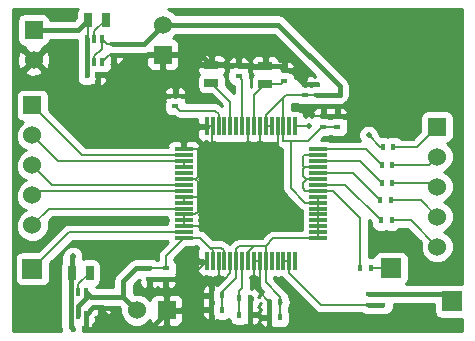
<source format=gtl>
G04 #@! TF.FileFunction,Copper,L1,Top,Signal*
%FSLAX46Y46*%
G04 Gerber Fmt 4.6, Leading zero omitted, Abs format (unit mm)*
G04 Created by KiCad (PCBNEW 4.0.4-stable) date 03/15/17 00:52:14*
%MOMM*%
%LPD*%
G01*
G04 APERTURE LIST*
%ADD10C,0.150000*%
%ADD11R,1.700000X1.700000*%
%ADD12R,1.524000X1.524000*%
%ADD13C,1.524000*%
%ADD14R,1.143000X0.635000*%
%ADD15R,0.398780X0.599440*%
%ADD16R,1.500000X0.300000*%
%ADD17R,0.300000X1.500000*%
%ADD18R,0.400000X0.650000*%
%ADD19R,0.599440X0.398780*%
%ADD20R,0.635000X1.143000*%
%ADD21R,0.400000X0.600000*%
%ADD22C,0.508000*%
%ADD23C,0.152000*%
%ADD24C,0.457200*%
%ADD25C,0.254000*%
G04 APERTURE END LIST*
D10*
D11*
X314700000Y-144350000D03*
D12*
X290570000Y-145100000D03*
D13*
X288030000Y-145100000D03*
D12*
X290250000Y-123470000D03*
D13*
X290250000Y-120930000D03*
D11*
X279200000Y-141600000D03*
D12*
X279200000Y-127770000D03*
D13*
X279200000Y-130310000D03*
X279200000Y-132850000D03*
X279200000Y-135390000D03*
X279200000Y-137930000D03*
D12*
X279300000Y-121380000D03*
D13*
X279300000Y-123920000D03*
D14*
X294350000Y-125862000D03*
X294350000Y-124338000D03*
D15*
X294350420Y-145050000D03*
X295249580Y-145050000D03*
D16*
X303400000Y-139000000D03*
X303400000Y-138500000D03*
X303400000Y-138000000D03*
X303400000Y-137500000D03*
X303400000Y-137000000D03*
X303400000Y-136500000D03*
X303400000Y-136000000D03*
X303400000Y-135500000D03*
X303400000Y-135000000D03*
X303400000Y-134500000D03*
X303400000Y-134000000D03*
X303400000Y-133500000D03*
X303400000Y-133000000D03*
X303400000Y-132500000D03*
X303400000Y-132000000D03*
X303400000Y-131500000D03*
D17*
X301450000Y-129550000D03*
X300950000Y-129550000D03*
X300450000Y-129550000D03*
X299950000Y-129550000D03*
X299450000Y-129550000D03*
X298950000Y-129550000D03*
X298450000Y-129550000D03*
X297950000Y-129550000D03*
X297450000Y-129550000D03*
X296950000Y-129550000D03*
X296450000Y-129550000D03*
X295950000Y-129550000D03*
X295450000Y-129550000D03*
X294950000Y-129550000D03*
X294450000Y-129550000D03*
X293950000Y-129550000D03*
D16*
X292000000Y-131500000D03*
X292000000Y-132000000D03*
X292000000Y-132500000D03*
X292000000Y-133000000D03*
X292000000Y-133500000D03*
X292000000Y-134000000D03*
X292000000Y-134500000D03*
X292000000Y-135000000D03*
X292000000Y-135500000D03*
X292000000Y-136000000D03*
X292000000Y-136500000D03*
X292000000Y-137000000D03*
X292000000Y-137500000D03*
X292000000Y-138000000D03*
X292000000Y-138500000D03*
X292000000Y-139000000D03*
D17*
X293950000Y-140950000D03*
X294450000Y-140950000D03*
X294950000Y-140950000D03*
X295450000Y-140950000D03*
X295950000Y-140950000D03*
X296450000Y-140950000D03*
X296950000Y-140950000D03*
X297450000Y-140950000D03*
X297950000Y-140950000D03*
X298450000Y-140950000D03*
X298950000Y-140950000D03*
X299450000Y-140950000D03*
X299950000Y-140950000D03*
X300450000Y-140950000D03*
X300950000Y-140950000D03*
X301450000Y-140950000D03*
D18*
X283800000Y-124075000D03*
X285100000Y-124075000D03*
X284450000Y-122175000D03*
X284450000Y-124075000D03*
X285100000Y-122175000D03*
X283800000Y-122175000D03*
D19*
X296650000Y-125299580D03*
X296650000Y-124400420D03*
X302250000Y-126000420D03*
X302250000Y-126899580D03*
X303250000Y-126000420D03*
X303250000Y-126899580D03*
X289100000Y-141550420D03*
X289100000Y-142449580D03*
D15*
X294350420Y-143850000D03*
X295249580Y-143850000D03*
X308850420Y-131300000D03*
X309749580Y-131300000D03*
D19*
X290500000Y-142449580D03*
X290500000Y-141550420D03*
D15*
X296700420Y-145500000D03*
X297599580Y-145500000D03*
X296700420Y-144100000D03*
X297599580Y-144100000D03*
X300149580Y-145700000D03*
X299250420Y-145700000D03*
D19*
X291300000Y-127849580D03*
X291300000Y-126950420D03*
D15*
X300149580Y-144400000D03*
X299250420Y-144400000D03*
D19*
X300500000Y-124800420D03*
X300500000Y-125699580D03*
X305000000Y-128700420D03*
X305000000Y-129599580D03*
X303800000Y-128700420D03*
X303800000Y-129599580D03*
D14*
X298900000Y-124438000D03*
X298900000Y-125962000D03*
D20*
X284037000Y-141925000D03*
X282513000Y-141925000D03*
X285412000Y-120525000D03*
X283888000Y-120525000D03*
D19*
X286050000Y-122575420D03*
X286050000Y-123474580D03*
D15*
X283800420Y-125175000D03*
X284699580Y-125175000D03*
D19*
X284975000Y-143975420D03*
X284975000Y-144874580D03*
D15*
X282625420Y-146725000D03*
X283524580Y-146725000D03*
D19*
X307725000Y-144649580D03*
X307725000Y-143750420D03*
X308825000Y-144649580D03*
X308825000Y-143750420D03*
D15*
X308750420Y-132800000D03*
X309649580Y-132800000D03*
X308750420Y-134300000D03*
X309649580Y-134300000D03*
X308650420Y-135800000D03*
X309549580Y-135800000D03*
X308700420Y-137500000D03*
X309599580Y-137500000D03*
D18*
X282425000Y-145475000D03*
X283725000Y-145475000D03*
X283075000Y-143575000D03*
X283075000Y-145475000D03*
X283725000Y-143575000D03*
X282425000Y-143575000D03*
D12*
X313450000Y-129570000D03*
D13*
X313450000Y-132110000D03*
X313450000Y-134650000D03*
X313450000Y-137190000D03*
X313450000Y-139730000D03*
D11*
X309550000Y-141550000D03*
D21*
X306950000Y-141550000D03*
X307850000Y-141550000D03*
D22*
X302875000Y-128650000D03*
X298925000Y-123425000D03*
X297750000Y-142400000D03*
X293600000Y-138250000D03*
X293650000Y-142450000D03*
X307650000Y-130300000D03*
X302650000Y-129500000D03*
X282600000Y-140550000D03*
D23*
X292000000Y-135000000D02*
X279590000Y-135000000D01*
X279590000Y-135000000D02*
X279200000Y-135390000D01*
X292000000Y-134500000D02*
X280850000Y-134500000D01*
X280850000Y-134500000D02*
X279200000Y-132850000D01*
X292000000Y-138500000D02*
X282300000Y-138500000D01*
X282300000Y-138500000D02*
X279200000Y-141600000D01*
X298900000Y-124438000D02*
X298900000Y-123450000D01*
X302925420Y-128700420D02*
X303800000Y-128700420D01*
X302875000Y-128650000D02*
X302925420Y-128700420D01*
X298900000Y-123450000D02*
X298925000Y-123425000D01*
D24*
X300500000Y-124800420D02*
X301050000Y-124800420D01*
X301050000Y-124800420D02*
X302250000Y-126000420D01*
X298900000Y-124438000D02*
X300137580Y-124438000D01*
X300137580Y-124438000D02*
X300500000Y-124800420D01*
X296650000Y-124400420D02*
X298862420Y-124400420D01*
X298862420Y-124400420D02*
X298900000Y-124438000D01*
X294350000Y-124338000D02*
X296587580Y-124338000D01*
X296587580Y-124338000D02*
X296650000Y-124400420D01*
X291300000Y-126950420D02*
X291300000Y-125925000D01*
X293618500Y-123606500D02*
X293618500Y-123470000D01*
X291300000Y-125925000D02*
X293618500Y-123606500D01*
X290250000Y-123470000D02*
X293618500Y-123470000D01*
X293618500Y-123470000D02*
X293482000Y-123470000D01*
X293482000Y-123470000D02*
X294350000Y-124338000D01*
D23*
X297950000Y-140950000D02*
X297950000Y-142200000D01*
X297950000Y-142200000D02*
X297750000Y-142400000D01*
X294600000Y-142449580D02*
X295475420Y-142449580D01*
X295950000Y-141975000D02*
X295950000Y-140950000D01*
X295475420Y-142449580D02*
X295950000Y-141975000D01*
X294350420Y-143850000D02*
X294350420Y-143150420D01*
X294350420Y-143150420D02*
X293650000Y-142450000D01*
X299250420Y-145700000D02*
X299250420Y-144400000D01*
X299250420Y-145700000D02*
X297799580Y-145700000D01*
X297799580Y-145700000D02*
X297599580Y-145500000D01*
X298450000Y-140950000D02*
X298450000Y-143599580D01*
X298450000Y-143599580D02*
X299250420Y-144400000D01*
X299950000Y-129550000D02*
X299950000Y-131650000D01*
X299950000Y-131650000D02*
X299900000Y-131700000D01*
X298450000Y-129550000D02*
X298450000Y-131400000D01*
X298450000Y-131400000D02*
X298550000Y-131500000D01*
X297450000Y-129550000D02*
X297450000Y-131350000D01*
X297450000Y-131350000D02*
X297650000Y-131550000D01*
X294400000Y-129550000D02*
X294400000Y-131500000D01*
X294400000Y-131500000D02*
X294800000Y-131900000D01*
D24*
X290570000Y-145100000D02*
X290570000Y-145280000D01*
X290570000Y-145280000D02*
X289200000Y-146650000D01*
X284975000Y-145075000D02*
X284975000Y-144874580D01*
X286550000Y-146650000D02*
X284975000Y-145075000D01*
X289200000Y-146650000D02*
X286550000Y-146650000D01*
D23*
X297950000Y-140950000D02*
X298450000Y-140950000D01*
X297599580Y-144100000D02*
X297599580Y-145500000D01*
X294350420Y-145050000D02*
X294350420Y-143850000D01*
X292000000Y-138000000D02*
X293350000Y-138000000D01*
X293350000Y-138000000D02*
X293600000Y-138250000D01*
X293650000Y-142450000D02*
X293650000Y-142449580D01*
X293650000Y-142449580D02*
X293650000Y-142450000D01*
X293650000Y-142450000D02*
X293650000Y-142449580D01*
X292000000Y-137000000D02*
X293000000Y-137000000D01*
X293200000Y-136800000D02*
X293200000Y-135150000D01*
X293000000Y-137000000D02*
X293200000Y-136800000D01*
X292000000Y-137000000D02*
X292000000Y-137500000D01*
X292000000Y-137500000D02*
X292000000Y-138000000D01*
X292000000Y-136000000D02*
X292000000Y-135500000D01*
X293050000Y-134000000D02*
X293050000Y-134050000D01*
X293050000Y-134050000D02*
X293200000Y-134200000D01*
X293200000Y-134200000D02*
X293200000Y-135150000D01*
X293150000Y-135500000D02*
X292000000Y-135500000D01*
X293200000Y-135150000D02*
X293200000Y-135450000D01*
X293200000Y-135450000D02*
X293150000Y-135500000D01*
X292000000Y-131500000D02*
X293150000Y-131500000D01*
X293050000Y-134000000D02*
X292000000Y-134000000D01*
X293200000Y-133850000D02*
X293050000Y-134000000D01*
X293200000Y-131550000D02*
X293200000Y-133850000D01*
X293150000Y-131500000D02*
X293200000Y-131550000D01*
X293950000Y-129550000D02*
X294450000Y-129550000D01*
X303800000Y-128700420D02*
X305000000Y-128700420D01*
X303250000Y-126000420D02*
X302250000Y-126000420D01*
X292450000Y-142449580D02*
X293650000Y-142449580D01*
X293650000Y-142449580D02*
X294600000Y-142449580D01*
X294600000Y-142449580D02*
X294600420Y-142449580D01*
X294950000Y-142100000D02*
X294950000Y-140950000D01*
X294600420Y-142449580D02*
X294950000Y-142100000D01*
X290500000Y-142449580D02*
X292450000Y-142449580D01*
X292450000Y-142449580D02*
X292450420Y-142449580D01*
X292450420Y-142449580D02*
X293950000Y-140950000D01*
D24*
X286050000Y-123474580D02*
X290245420Y-123474580D01*
X290245420Y-123474580D02*
X290250000Y-123470000D01*
D23*
X289100000Y-142449580D02*
X290500000Y-142449580D01*
X286050000Y-123474580D02*
X285700420Y-123474580D01*
D24*
X284975000Y-144874580D02*
X284325420Y-144874580D01*
D23*
X284754580Y-125230000D02*
X284699580Y-125175000D01*
X285700420Y-123474580D02*
X285100000Y-124075000D01*
X284699580Y-125175000D02*
X284699580Y-125204580D01*
D24*
X284325420Y-144874580D02*
X283725000Y-145475000D01*
X283725000Y-145475000D02*
X283725000Y-146524580D01*
D23*
X283725000Y-146524580D02*
X283524580Y-146725000D01*
X284699580Y-125175000D02*
X284700000Y-125175000D01*
D24*
X289100000Y-141550420D02*
X287999580Y-141550420D01*
X286900000Y-143975420D02*
X286905420Y-143975420D01*
X286900000Y-142650000D02*
X286900000Y-143975420D01*
X287999580Y-141550420D02*
X286900000Y-142650000D01*
X284975000Y-143975420D02*
X286905420Y-143975420D01*
X286905420Y-143975420D02*
X288030000Y-145100000D01*
D23*
X289100000Y-141550420D02*
X290500000Y-141550420D01*
X290500000Y-141550420D02*
X290500000Y-140500000D01*
X290500000Y-140500000D02*
X292000000Y-139000000D01*
X295450000Y-140950000D02*
X295450000Y-140050000D01*
X295200000Y-139800000D02*
X294200000Y-139800000D01*
X295450000Y-140050000D02*
X295200000Y-139800000D01*
X292000000Y-139000000D02*
X293400000Y-139000000D01*
X294450000Y-140050000D02*
X294450000Y-140950000D01*
X293400000Y-139000000D02*
X294200000Y-139800000D01*
X294200000Y-139800000D02*
X294450000Y-140050000D01*
D24*
X284975000Y-143975420D02*
X284125420Y-143975420D01*
X284125420Y-143975420D02*
X283725000Y-143575000D01*
X283075000Y-145475000D02*
X283075000Y-144725000D01*
X283075000Y-144725000D02*
X283350000Y-144450000D01*
D23*
X283350000Y-144450000D02*
X283300000Y-144500000D01*
D24*
X283300000Y-144500000D02*
X283725000Y-144075000D01*
X283725000Y-144075000D02*
X283725000Y-143575000D01*
D23*
X296450000Y-140950000D02*
X296450000Y-139950000D01*
X296700000Y-139700000D02*
X297950000Y-139700000D01*
X296450000Y-139950000D02*
X296700000Y-139700000D01*
X301050000Y-130750000D02*
X301050000Y-134750000D01*
X302300000Y-136000000D02*
X303400000Y-136000000D01*
X301050000Y-134750000D02*
X302300000Y-136000000D01*
D24*
X290250000Y-120930000D02*
X299980000Y-120930000D01*
X305150420Y-126899580D02*
X303250000Y-126899580D01*
X305200000Y-126850000D02*
X305150420Y-126899580D01*
X305200000Y-126150000D02*
X305200000Y-126850000D01*
X299980000Y-120930000D02*
X305200000Y-126150000D01*
D23*
X300450000Y-129550000D02*
X300450000Y-127100000D01*
X300450000Y-127100000D02*
X300650420Y-126899580D01*
X298950000Y-140950000D02*
X298950000Y-142750000D01*
X300149580Y-143949580D02*
X300149580Y-144400000D01*
X298950000Y-142750000D02*
X300149580Y-143949580D01*
X300149580Y-145700000D02*
X300149580Y-144650420D01*
X300149580Y-144650420D02*
X300350000Y-144450000D01*
X300150000Y-144399580D02*
X300149580Y-144400000D01*
X297450000Y-140950000D02*
X297450000Y-140200000D01*
X297450000Y-140200000D02*
X297950000Y-139700000D01*
X297950000Y-139700000D02*
X298950000Y-139700000D01*
X295249580Y-143850000D02*
X295249580Y-143550420D01*
X295249580Y-143550420D02*
X296450000Y-142350000D01*
X296450000Y-142350000D02*
X296450000Y-140950000D01*
X295249580Y-145050000D02*
X295249580Y-143850000D01*
X298950000Y-140950000D02*
X298950000Y-139700000D01*
X298950000Y-139700000D02*
X298950000Y-139650000D01*
X299600000Y-139000000D02*
X303400000Y-139000000D01*
X298950000Y-139650000D02*
X299600000Y-139000000D01*
X303400000Y-139000000D02*
X303400000Y-138500000D01*
X303400000Y-138500000D02*
X303400000Y-138000000D01*
X303400000Y-138000000D02*
X303400000Y-137500000D01*
X303400000Y-137500000D02*
X303400000Y-137000000D01*
X303400000Y-137000000D02*
X303400000Y-136500000D01*
X303400000Y-136500000D02*
X303400000Y-136000000D01*
X303400000Y-136000000D02*
X303400000Y-135500000D01*
X300450000Y-129550000D02*
X300450000Y-130750000D01*
X302550000Y-130750000D02*
X303700420Y-129599580D01*
X300450000Y-130750000D02*
X301050000Y-130750000D01*
X301050000Y-130750000D02*
X302550000Y-130750000D01*
X303700420Y-129599580D02*
X303800000Y-129599580D01*
X299450000Y-129550000D02*
X298950000Y-129550000D01*
X302250000Y-126899580D02*
X300650420Y-126899580D01*
X298950000Y-128600000D02*
X298950000Y-129550000D01*
X300650420Y-126899580D02*
X298950000Y-128600000D01*
X303800000Y-129599580D02*
X305000000Y-129599580D01*
X302250000Y-126899580D02*
X303250000Y-126899580D01*
D24*
X286050000Y-122575420D02*
X288604580Y-122575420D01*
X288604580Y-122575420D02*
X290250000Y-120930000D01*
D23*
X286050000Y-122575420D02*
X285500420Y-122575420D01*
X285500420Y-122575420D02*
X285100000Y-122175000D01*
X284450000Y-124075000D02*
X284450000Y-123625000D01*
X285100000Y-122975000D02*
X285100000Y-122175000D01*
X284450000Y-123625000D02*
X285100000Y-122975000D01*
X303400000Y-133500000D02*
X306350420Y-133500000D01*
X306350420Y-133500000D02*
X308650420Y-135800000D01*
X303400000Y-132500000D02*
X306950420Y-132500000D01*
X306950420Y-132500000D02*
X308750420Y-134300000D01*
X307450420Y-131500000D02*
X308750420Y-132800000D01*
X303400000Y-131500000D02*
X307450420Y-131500000D01*
X308650000Y-131300000D02*
X308850420Y-131300000D01*
X307650000Y-130300000D02*
X308650000Y-131300000D01*
X302600000Y-129550000D02*
X302650000Y-129500000D01*
X301450000Y-129550000D02*
X302600000Y-129550000D01*
X292000000Y-132000000D02*
X283430000Y-132000000D01*
X283430000Y-132000000D02*
X279200000Y-127770000D01*
X292000000Y-136500000D02*
X280630000Y-136500000D01*
X280630000Y-136500000D02*
X279200000Y-137930000D01*
D24*
X308825000Y-143750420D02*
X314550420Y-143750420D01*
D23*
X314550420Y-143750420D02*
X314700000Y-143900000D01*
D24*
X308825000Y-143750420D02*
X307725000Y-143750420D01*
D23*
X309549580Y-135800000D02*
X312060000Y-135800000D01*
X312060000Y-135800000D02*
X313450000Y-137190000D01*
X309649580Y-134300000D02*
X313100000Y-134300000D01*
X313100000Y-134300000D02*
X313450000Y-134650000D01*
X309649580Y-132800000D02*
X312760000Y-132800000D01*
X312760000Y-132800000D02*
X313450000Y-132110000D01*
D24*
X282513000Y-140637000D02*
X282513000Y-141925000D01*
X282600000Y-140550000D02*
X282513000Y-140637000D01*
X279300000Y-121380000D02*
X283033000Y-121380000D01*
X283033000Y-121380000D02*
X283888000Y-120525000D01*
X282425000Y-145475000D02*
X282425000Y-146524580D01*
X282425000Y-146524580D02*
X282625420Y-146725000D01*
X282475000Y-141925000D02*
X282513000Y-141925000D01*
X283888000Y-120525000D02*
X283825000Y-120525000D01*
D23*
X282425420Y-141837420D02*
X282513000Y-141925000D01*
X283800420Y-124075420D02*
X283800000Y-124075000D01*
D24*
X283800420Y-125175000D02*
X283800420Y-124075420D01*
D23*
X283888000Y-120525000D02*
X283888000Y-122087000D01*
X283888000Y-122087000D02*
X283800000Y-122175000D01*
D24*
X283800000Y-124075000D02*
X283800000Y-122175000D01*
D23*
X283900420Y-124175420D02*
X283800000Y-124075000D01*
D24*
X282425000Y-143575000D02*
X282425000Y-142013000D01*
D23*
X282425000Y-142013000D02*
X282513000Y-141925000D01*
D24*
X282425000Y-143575000D02*
X282425000Y-145475000D01*
D23*
X300950000Y-140950000D02*
X300950000Y-141950000D01*
X303649580Y-144649580D02*
X307725000Y-144649580D01*
X300950000Y-141950000D02*
X303649580Y-144649580D01*
X300450000Y-140950000D02*
X300950000Y-140950000D01*
X307625000Y-144749580D02*
X307725000Y-144649580D01*
D24*
X307725000Y-144649580D02*
X308825000Y-144649580D01*
D23*
X283075000Y-143575000D02*
X283075000Y-142887000D01*
X283075000Y-142887000D02*
X284037000Y-141925000D01*
X284450000Y-122175000D02*
X284450000Y-121487000D01*
X284450000Y-121487000D02*
X285412000Y-120525000D01*
X303400000Y-134500000D02*
X305700420Y-134500000D01*
X305700420Y-134500000D02*
X308700420Y-137500000D01*
X309749580Y-131300000D02*
X311720000Y-131300000D01*
X311720000Y-131300000D02*
X313450000Y-129570000D01*
X309599580Y-137500000D02*
X311220000Y-137500000D01*
X311220000Y-137500000D02*
X313450000Y-139730000D01*
X298900000Y-125962000D02*
X300237580Y-125962000D01*
X300237580Y-125962000D02*
X300500000Y-125699580D01*
X297950000Y-129550000D02*
X297950000Y-126912000D01*
X297950000Y-126912000D02*
X298900000Y-125962000D01*
X296950000Y-129550000D02*
X296950000Y-125599580D01*
X296950000Y-125599580D02*
X296650000Y-125299580D01*
X295950000Y-129550000D02*
X295950000Y-127462000D01*
X295950000Y-127462000D02*
X294350000Y-125862000D01*
X296950000Y-140950000D02*
X296950000Y-143200000D01*
X296700420Y-143449580D02*
X296700420Y-144100000D01*
X296950000Y-143200000D02*
X296700420Y-143449580D01*
X296700420Y-144100000D02*
X296700420Y-145500000D01*
X294950000Y-129550000D02*
X294950000Y-128500000D01*
X291650420Y-128200000D02*
X291300000Y-127849580D01*
X294650000Y-128200000D02*
X291650420Y-128200000D01*
X294950000Y-128500000D02*
X294650000Y-128200000D01*
X292000000Y-132500000D02*
X281390000Y-132500000D01*
X281390000Y-132500000D02*
X279200000Y-130310000D01*
X292000000Y-132500000D02*
X292000000Y-133000000D01*
X307850000Y-141550000D02*
X309550000Y-141550000D01*
X303400000Y-135000000D02*
X304650000Y-135000000D01*
X306950000Y-137300000D02*
X306950000Y-141550000D01*
X304650000Y-135000000D02*
X306950000Y-137300000D01*
X302350000Y-134000000D02*
X302350000Y-134050000D01*
X302300000Y-135000000D02*
X303400000Y-135000000D01*
X302100000Y-134800000D02*
X302300000Y-135000000D01*
X302100000Y-134300000D02*
X302100000Y-134800000D01*
X302350000Y-134050000D02*
X302100000Y-134300000D01*
X302200000Y-133000000D02*
X302200000Y-133050000D01*
X302350000Y-134000000D02*
X303400000Y-134000000D01*
X302100000Y-133750000D02*
X302350000Y-134000000D01*
X302100000Y-133150000D02*
X302100000Y-133750000D01*
X302200000Y-133050000D02*
X302100000Y-133150000D01*
X303400000Y-132000000D02*
X302200000Y-132000000D01*
X302200000Y-133000000D02*
X303400000Y-133000000D01*
X302100000Y-132900000D02*
X302200000Y-133000000D01*
X302100000Y-132100000D02*
X302100000Y-132900000D01*
X302200000Y-132000000D02*
X302100000Y-132100000D01*
D25*
G36*
X293253801Y-139859307D02*
X293165000Y-140073691D01*
X293165000Y-140664250D01*
X293323750Y-140823000D01*
X293652560Y-140823000D01*
X293652560Y-141077000D01*
X293323750Y-141077000D01*
X293165000Y-141235750D01*
X293165000Y-141826309D01*
X293261673Y-142059698D01*
X293440301Y-142238327D01*
X293673690Y-142335000D01*
X293716250Y-142335000D01*
X293873871Y-142177379D01*
X294048110Y-142296431D01*
X294169830Y-142321080D01*
X294183750Y-142335000D01*
X294226310Y-142335000D01*
X294230335Y-142333333D01*
X294300000Y-142347440D01*
X294600000Y-142347440D01*
X294671323Y-142334020D01*
X294673690Y-142335000D01*
X294716250Y-142335000D01*
X294727871Y-142323379D01*
X294835317Y-142303162D01*
X294949978Y-142229380D01*
X295048110Y-142296431D01*
X295169830Y-142321080D01*
X295183750Y-142335000D01*
X295226310Y-142335000D01*
X295230335Y-142333333D01*
X295300000Y-142347440D01*
X295447054Y-142347440D01*
X294854909Y-142939585D01*
X294814873Y-142947118D01*
X294790636Y-142962714D01*
X294676119Y-142915280D01*
X294608865Y-142915280D01*
X294450115Y-143074030D01*
X294450115Y-143316385D01*
X294402750Y-143550280D01*
X294402750Y-144149720D01*
X294447028Y-144385037D01*
X294450115Y-144389834D01*
X294450115Y-144516385D01*
X294402750Y-144750280D01*
X294402750Y-145349720D01*
X294447028Y-145585037D01*
X294450115Y-145589834D01*
X294450115Y-145825970D01*
X294608865Y-145984720D01*
X294676119Y-145984720D01*
X294787329Y-145938655D01*
X294798300Y-145946151D01*
X295050190Y-145997160D01*
X295448970Y-145997160D01*
X295684287Y-145952882D01*
X295861012Y-145839163D01*
X295897868Y-146035037D01*
X296036940Y-146251161D01*
X296249140Y-146396151D01*
X296501030Y-146447160D01*
X296899810Y-146447160D01*
X297135127Y-146402882D01*
X297159364Y-146387286D01*
X297273881Y-146434720D01*
X297341135Y-146434720D01*
X297499885Y-146275970D01*
X297499885Y-146033615D01*
X297547250Y-145799720D01*
X297547250Y-145627000D01*
X297699275Y-145627000D01*
X297699275Y-146275970D01*
X297858025Y-146434720D01*
X297925279Y-146434720D01*
X298158668Y-146338047D01*
X298337297Y-146159419D01*
X298409233Y-145985750D01*
X298416030Y-145985750D01*
X298416030Y-146126030D01*
X298512703Y-146359419D01*
X298691332Y-146538047D01*
X298924721Y-146634720D01*
X298991975Y-146634720D01*
X299150725Y-146475970D01*
X299150725Y-145827000D01*
X298574780Y-145827000D01*
X298416030Y-145985750D01*
X298409233Y-145985750D01*
X298433970Y-145926030D01*
X298433970Y-145785750D01*
X298275220Y-145627000D01*
X297699275Y-145627000D01*
X297547250Y-145627000D01*
X297547250Y-145200280D01*
X297502972Y-144964963D01*
X297499885Y-144960166D01*
X297499885Y-144633615D01*
X297547250Y-144399720D01*
X297547250Y-143953000D01*
X297699275Y-143953000D01*
X297699275Y-143973000D01*
X297746580Y-143973000D01*
X297746580Y-144227000D01*
X297699275Y-144227000D01*
X297699275Y-145373000D01*
X298275220Y-145373000D01*
X298433970Y-145214250D01*
X298433970Y-145073970D01*
X298337297Y-144840581D01*
X298296716Y-144800000D01*
X298337297Y-144759419D01*
X298433567Y-144527002D01*
X298574778Y-144527002D01*
X298416030Y-144685750D01*
X298416030Y-144826030D01*
X298508802Y-145050000D01*
X298416030Y-145273970D01*
X298416030Y-145414250D01*
X298574780Y-145573000D01*
X299150725Y-145573000D01*
X299150725Y-144527000D01*
X299103420Y-144527000D01*
X299103420Y-144273000D01*
X299150725Y-144273000D01*
X299150725Y-144253000D01*
X299302750Y-144253000D01*
X299302750Y-144699720D01*
X299347028Y-144935037D01*
X299350115Y-144939834D01*
X299350115Y-145166385D01*
X299302750Y-145400280D01*
X299302750Y-145999720D01*
X299347028Y-146235037D01*
X299350115Y-146239834D01*
X299350115Y-146475970D01*
X299508865Y-146634720D01*
X299576119Y-146634720D01*
X299687329Y-146588655D01*
X299698300Y-146596151D01*
X299950190Y-146647160D01*
X300348970Y-146647160D01*
X300584287Y-146602882D01*
X300800411Y-146463810D01*
X300945401Y-146251610D01*
X300996410Y-145999720D01*
X300996410Y-145400280D01*
X300952132Y-145164963D01*
X300878164Y-145050014D01*
X300945401Y-144951610D01*
X300985359Y-144754293D01*
X301006878Y-144722087D01*
X301061000Y-144450000D01*
X301006878Y-144177912D01*
X300996410Y-144162245D01*
X300996410Y-144100280D01*
X300952132Y-143864963D01*
X300813060Y-143648839D01*
X300765683Y-143616468D01*
X300652333Y-143446827D01*
X299661000Y-142455494D01*
X299661000Y-142335962D01*
X299703671Y-142327933D01*
X299800000Y-142347440D01*
X300100000Y-142347440D01*
X300203671Y-142327933D01*
X300300000Y-142347440D01*
X300376879Y-142347440D01*
X300447247Y-142452753D01*
X303146827Y-145152333D01*
X303377492Y-145306458D01*
X303649580Y-145360580D01*
X307049250Y-145360580D01*
X307173390Y-145445401D01*
X307425280Y-145496410D01*
X307640692Y-145496410D01*
X307725000Y-145513180D01*
X308825000Y-145513180D01*
X308909308Y-145496410D01*
X309124720Y-145496410D01*
X309360037Y-145452132D01*
X309576161Y-145313060D01*
X309721151Y-145100860D01*
X309772160Y-144848970D01*
X309772160Y-144614020D01*
X313202560Y-144614020D01*
X313202560Y-145200000D01*
X313246838Y-145435317D01*
X313385910Y-145651441D01*
X313598110Y-145796431D01*
X313850000Y-145847440D01*
X315550000Y-145847440D01*
X315590000Y-145839913D01*
X315590000Y-146865000D01*
X284213220Y-146865000D01*
X284200220Y-146852000D01*
X283624275Y-146852000D01*
X283624275Y-146865000D01*
X283472250Y-146865000D01*
X283472250Y-146809308D01*
X283489020Y-146725000D01*
X283472250Y-146640692D01*
X283472250Y-146578000D01*
X283624275Y-146578000D01*
X283624275Y-146598000D01*
X284200220Y-146598000D01*
X284358970Y-146439250D01*
X284358970Y-146298970D01*
X284348744Y-146274282D01*
X284463327Y-146159698D01*
X284560000Y-145926309D01*
X284560000Y-145760750D01*
X284479405Y-145680155D01*
X284548970Y-145708970D01*
X284689250Y-145708970D01*
X284848000Y-145550220D01*
X284848000Y-144974275D01*
X285102000Y-144974275D01*
X285102000Y-145550220D01*
X285260750Y-145708970D01*
X285401030Y-145708970D01*
X285634419Y-145612297D01*
X285813047Y-145433668D01*
X285909720Y-145200279D01*
X285909720Y-145133025D01*
X285750970Y-144974275D01*
X285102000Y-144974275D01*
X284848000Y-144974275D01*
X284828000Y-144974275D01*
X284828000Y-144839020D01*
X286547706Y-144839020D01*
X286633153Y-144924467D01*
X286632758Y-145376661D01*
X286844990Y-145890303D01*
X287237630Y-146283629D01*
X287750900Y-146496757D01*
X288306661Y-146497242D01*
X288820303Y-146285010D01*
X289173000Y-145932928D01*
X289173000Y-145988310D01*
X289269673Y-146221699D01*
X289448302Y-146400327D01*
X289681691Y-146497000D01*
X290284250Y-146497000D01*
X290443000Y-146338250D01*
X290443000Y-145227000D01*
X290697000Y-145227000D01*
X290697000Y-146338250D01*
X290855750Y-146497000D01*
X291458309Y-146497000D01*
X291691698Y-146400327D01*
X291870327Y-146221699D01*
X291967000Y-145988310D01*
X291967000Y-145385750D01*
X291917000Y-145335750D01*
X293516030Y-145335750D01*
X293516030Y-145476030D01*
X293612703Y-145709419D01*
X293791332Y-145888047D01*
X294024721Y-145984720D01*
X294091975Y-145984720D01*
X294250725Y-145825970D01*
X294250725Y-145177000D01*
X293674780Y-145177000D01*
X293516030Y-145335750D01*
X291917000Y-145335750D01*
X291808250Y-145227000D01*
X290697000Y-145227000D01*
X290443000Y-145227000D01*
X290423000Y-145227000D01*
X290423000Y-144973000D01*
X290443000Y-144973000D01*
X290443000Y-143861750D01*
X290697000Y-143861750D01*
X290697000Y-144973000D01*
X291808250Y-144973000D01*
X291967000Y-144814250D01*
X291967000Y-144211690D01*
X291935545Y-144135750D01*
X293516030Y-144135750D01*
X293516030Y-144276030D01*
X293588091Y-144450000D01*
X293516030Y-144623970D01*
X293516030Y-144764250D01*
X293674780Y-144923000D01*
X294250725Y-144923000D01*
X294250725Y-143977000D01*
X293674780Y-143977000D01*
X293516030Y-144135750D01*
X291935545Y-144135750D01*
X291870327Y-143978301D01*
X291691698Y-143799673D01*
X291458309Y-143703000D01*
X290855750Y-143703000D01*
X290697000Y-143861750D01*
X290443000Y-143861750D01*
X290284250Y-143703000D01*
X289681691Y-143703000D01*
X289448302Y-143799673D01*
X289269673Y-143978301D01*
X289173000Y-144211690D01*
X289173000Y-144267614D01*
X288822370Y-143916371D01*
X288309100Y-143703243D01*
X287854160Y-143702846D01*
X287763600Y-143612286D01*
X287763600Y-143423970D01*
X293516030Y-143423970D01*
X293516030Y-143564250D01*
X293674780Y-143723000D01*
X294250725Y-143723000D01*
X294250725Y-143074030D01*
X294091975Y-142915280D01*
X294024721Y-142915280D01*
X293791332Y-143011953D01*
X293612703Y-143190581D01*
X293516030Y-143423970D01*
X287763600Y-143423970D01*
X287763600Y-143007714D01*
X288194732Y-142576582D01*
X288296723Y-142576582D01*
X288165280Y-142708025D01*
X288165280Y-142775279D01*
X288261953Y-143008668D01*
X288440581Y-143187297D01*
X288673970Y-143283970D01*
X288814250Y-143283970D01*
X288973000Y-143125220D01*
X288973000Y-142549275D01*
X289227000Y-142549275D01*
X289227000Y-143125220D01*
X289385750Y-143283970D01*
X289526030Y-143283970D01*
X289759419Y-143187297D01*
X289800000Y-143146716D01*
X289840581Y-143187297D01*
X290073970Y-143283970D01*
X290214250Y-143283970D01*
X290373000Y-143125220D01*
X290373000Y-142549275D01*
X290627000Y-142549275D01*
X290627000Y-143125220D01*
X290785750Y-143283970D01*
X290926030Y-143283970D01*
X291159419Y-143187297D01*
X291338047Y-143008668D01*
X291434720Y-142775279D01*
X291434720Y-142708025D01*
X291275970Y-142549275D01*
X290627000Y-142549275D01*
X290373000Y-142549275D01*
X289227000Y-142549275D01*
X288973000Y-142549275D01*
X288953000Y-142549275D01*
X288953000Y-142414020D01*
X289100000Y-142414020D01*
X289184308Y-142397250D01*
X289399720Y-142397250D01*
X289635037Y-142352972D01*
X289639834Y-142349885D01*
X289966385Y-142349885D01*
X290200280Y-142397250D01*
X290799720Y-142397250D01*
X291035037Y-142352972D01*
X291039834Y-142349885D01*
X291275970Y-142349885D01*
X291434720Y-142191135D01*
X291434720Y-142123881D01*
X291388655Y-142012671D01*
X291396151Y-142001700D01*
X291447160Y-141749810D01*
X291447160Y-141351030D01*
X291402882Y-141115713D01*
X291263810Y-140899589D01*
X291211000Y-140863505D01*
X291211000Y-140794506D01*
X292208066Y-139797440D01*
X292750000Y-139797440D01*
X292985317Y-139753162D01*
X293050839Y-139711000D01*
X293105494Y-139711000D01*
X293253801Y-139859307D01*
X293253801Y-139859307D01*
G37*
X293253801Y-139859307D02*
X293165000Y-140073691D01*
X293165000Y-140664250D01*
X293323750Y-140823000D01*
X293652560Y-140823000D01*
X293652560Y-141077000D01*
X293323750Y-141077000D01*
X293165000Y-141235750D01*
X293165000Y-141826309D01*
X293261673Y-142059698D01*
X293440301Y-142238327D01*
X293673690Y-142335000D01*
X293716250Y-142335000D01*
X293873871Y-142177379D01*
X294048110Y-142296431D01*
X294169830Y-142321080D01*
X294183750Y-142335000D01*
X294226310Y-142335000D01*
X294230335Y-142333333D01*
X294300000Y-142347440D01*
X294600000Y-142347440D01*
X294671323Y-142334020D01*
X294673690Y-142335000D01*
X294716250Y-142335000D01*
X294727871Y-142323379D01*
X294835317Y-142303162D01*
X294949978Y-142229380D01*
X295048110Y-142296431D01*
X295169830Y-142321080D01*
X295183750Y-142335000D01*
X295226310Y-142335000D01*
X295230335Y-142333333D01*
X295300000Y-142347440D01*
X295447054Y-142347440D01*
X294854909Y-142939585D01*
X294814873Y-142947118D01*
X294790636Y-142962714D01*
X294676119Y-142915280D01*
X294608865Y-142915280D01*
X294450115Y-143074030D01*
X294450115Y-143316385D01*
X294402750Y-143550280D01*
X294402750Y-144149720D01*
X294447028Y-144385037D01*
X294450115Y-144389834D01*
X294450115Y-144516385D01*
X294402750Y-144750280D01*
X294402750Y-145349720D01*
X294447028Y-145585037D01*
X294450115Y-145589834D01*
X294450115Y-145825970D01*
X294608865Y-145984720D01*
X294676119Y-145984720D01*
X294787329Y-145938655D01*
X294798300Y-145946151D01*
X295050190Y-145997160D01*
X295448970Y-145997160D01*
X295684287Y-145952882D01*
X295861012Y-145839163D01*
X295897868Y-146035037D01*
X296036940Y-146251161D01*
X296249140Y-146396151D01*
X296501030Y-146447160D01*
X296899810Y-146447160D01*
X297135127Y-146402882D01*
X297159364Y-146387286D01*
X297273881Y-146434720D01*
X297341135Y-146434720D01*
X297499885Y-146275970D01*
X297499885Y-146033615D01*
X297547250Y-145799720D01*
X297547250Y-145627000D01*
X297699275Y-145627000D01*
X297699275Y-146275970D01*
X297858025Y-146434720D01*
X297925279Y-146434720D01*
X298158668Y-146338047D01*
X298337297Y-146159419D01*
X298409233Y-145985750D01*
X298416030Y-145985750D01*
X298416030Y-146126030D01*
X298512703Y-146359419D01*
X298691332Y-146538047D01*
X298924721Y-146634720D01*
X298991975Y-146634720D01*
X299150725Y-146475970D01*
X299150725Y-145827000D01*
X298574780Y-145827000D01*
X298416030Y-145985750D01*
X298409233Y-145985750D01*
X298433970Y-145926030D01*
X298433970Y-145785750D01*
X298275220Y-145627000D01*
X297699275Y-145627000D01*
X297547250Y-145627000D01*
X297547250Y-145200280D01*
X297502972Y-144964963D01*
X297499885Y-144960166D01*
X297499885Y-144633615D01*
X297547250Y-144399720D01*
X297547250Y-143953000D01*
X297699275Y-143953000D01*
X297699275Y-143973000D01*
X297746580Y-143973000D01*
X297746580Y-144227000D01*
X297699275Y-144227000D01*
X297699275Y-145373000D01*
X298275220Y-145373000D01*
X298433970Y-145214250D01*
X298433970Y-145073970D01*
X298337297Y-144840581D01*
X298296716Y-144800000D01*
X298337297Y-144759419D01*
X298433567Y-144527002D01*
X298574778Y-144527002D01*
X298416030Y-144685750D01*
X298416030Y-144826030D01*
X298508802Y-145050000D01*
X298416030Y-145273970D01*
X298416030Y-145414250D01*
X298574780Y-145573000D01*
X299150725Y-145573000D01*
X299150725Y-144527000D01*
X299103420Y-144527000D01*
X299103420Y-144273000D01*
X299150725Y-144273000D01*
X299150725Y-144253000D01*
X299302750Y-144253000D01*
X299302750Y-144699720D01*
X299347028Y-144935037D01*
X299350115Y-144939834D01*
X299350115Y-145166385D01*
X299302750Y-145400280D01*
X299302750Y-145999720D01*
X299347028Y-146235037D01*
X299350115Y-146239834D01*
X299350115Y-146475970D01*
X299508865Y-146634720D01*
X299576119Y-146634720D01*
X299687329Y-146588655D01*
X299698300Y-146596151D01*
X299950190Y-146647160D01*
X300348970Y-146647160D01*
X300584287Y-146602882D01*
X300800411Y-146463810D01*
X300945401Y-146251610D01*
X300996410Y-145999720D01*
X300996410Y-145400280D01*
X300952132Y-145164963D01*
X300878164Y-145050014D01*
X300945401Y-144951610D01*
X300985359Y-144754293D01*
X301006878Y-144722087D01*
X301061000Y-144450000D01*
X301006878Y-144177912D01*
X300996410Y-144162245D01*
X300996410Y-144100280D01*
X300952132Y-143864963D01*
X300813060Y-143648839D01*
X300765683Y-143616468D01*
X300652333Y-143446827D01*
X299661000Y-142455494D01*
X299661000Y-142335962D01*
X299703671Y-142327933D01*
X299800000Y-142347440D01*
X300100000Y-142347440D01*
X300203671Y-142327933D01*
X300300000Y-142347440D01*
X300376879Y-142347440D01*
X300447247Y-142452753D01*
X303146827Y-145152333D01*
X303377492Y-145306458D01*
X303649580Y-145360580D01*
X307049250Y-145360580D01*
X307173390Y-145445401D01*
X307425280Y-145496410D01*
X307640692Y-145496410D01*
X307725000Y-145513180D01*
X308825000Y-145513180D01*
X308909308Y-145496410D01*
X309124720Y-145496410D01*
X309360037Y-145452132D01*
X309576161Y-145313060D01*
X309721151Y-145100860D01*
X309772160Y-144848970D01*
X309772160Y-144614020D01*
X313202560Y-144614020D01*
X313202560Y-145200000D01*
X313246838Y-145435317D01*
X313385910Y-145651441D01*
X313598110Y-145796431D01*
X313850000Y-145847440D01*
X315550000Y-145847440D01*
X315590000Y-145839913D01*
X315590000Y-146865000D01*
X284213220Y-146865000D01*
X284200220Y-146852000D01*
X283624275Y-146852000D01*
X283624275Y-146865000D01*
X283472250Y-146865000D01*
X283472250Y-146809308D01*
X283489020Y-146725000D01*
X283472250Y-146640692D01*
X283472250Y-146578000D01*
X283624275Y-146578000D01*
X283624275Y-146598000D01*
X284200220Y-146598000D01*
X284358970Y-146439250D01*
X284358970Y-146298970D01*
X284348744Y-146274282D01*
X284463327Y-146159698D01*
X284560000Y-145926309D01*
X284560000Y-145760750D01*
X284479405Y-145680155D01*
X284548970Y-145708970D01*
X284689250Y-145708970D01*
X284848000Y-145550220D01*
X284848000Y-144974275D01*
X285102000Y-144974275D01*
X285102000Y-145550220D01*
X285260750Y-145708970D01*
X285401030Y-145708970D01*
X285634419Y-145612297D01*
X285813047Y-145433668D01*
X285909720Y-145200279D01*
X285909720Y-145133025D01*
X285750970Y-144974275D01*
X285102000Y-144974275D01*
X284848000Y-144974275D01*
X284828000Y-144974275D01*
X284828000Y-144839020D01*
X286547706Y-144839020D01*
X286633153Y-144924467D01*
X286632758Y-145376661D01*
X286844990Y-145890303D01*
X287237630Y-146283629D01*
X287750900Y-146496757D01*
X288306661Y-146497242D01*
X288820303Y-146285010D01*
X289173000Y-145932928D01*
X289173000Y-145988310D01*
X289269673Y-146221699D01*
X289448302Y-146400327D01*
X289681691Y-146497000D01*
X290284250Y-146497000D01*
X290443000Y-146338250D01*
X290443000Y-145227000D01*
X290697000Y-145227000D01*
X290697000Y-146338250D01*
X290855750Y-146497000D01*
X291458309Y-146497000D01*
X291691698Y-146400327D01*
X291870327Y-146221699D01*
X291967000Y-145988310D01*
X291967000Y-145385750D01*
X291917000Y-145335750D01*
X293516030Y-145335750D01*
X293516030Y-145476030D01*
X293612703Y-145709419D01*
X293791332Y-145888047D01*
X294024721Y-145984720D01*
X294091975Y-145984720D01*
X294250725Y-145825970D01*
X294250725Y-145177000D01*
X293674780Y-145177000D01*
X293516030Y-145335750D01*
X291917000Y-145335750D01*
X291808250Y-145227000D01*
X290697000Y-145227000D01*
X290443000Y-145227000D01*
X290423000Y-145227000D01*
X290423000Y-144973000D01*
X290443000Y-144973000D01*
X290443000Y-143861750D01*
X290697000Y-143861750D01*
X290697000Y-144973000D01*
X291808250Y-144973000D01*
X291967000Y-144814250D01*
X291967000Y-144211690D01*
X291935545Y-144135750D01*
X293516030Y-144135750D01*
X293516030Y-144276030D01*
X293588091Y-144450000D01*
X293516030Y-144623970D01*
X293516030Y-144764250D01*
X293674780Y-144923000D01*
X294250725Y-144923000D01*
X294250725Y-143977000D01*
X293674780Y-143977000D01*
X293516030Y-144135750D01*
X291935545Y-144135750D01*
X291870327Y-143978301D01*
X291691698Y-143799673D01*
X291458309Y-143703000D01*
X290855750Y-143703000D01*
X290697000Y-143861750D01*
X290443000Y-143861750D01*
X290284250Y-143703000D01*
X289681691Y-143703000D01*
X289448302Y-143799673D01*
X289269673Y-143978301D01*
X289173000Y-144211690D01*
X289173000Y-144267614D01*
X288822370Y-143916371D01*
X288309100Y-143703243D01*
X287854160Y-143702846D01*
X287763600Y-143612286D01*
X287763600Y-143423970D01*
X293516030Y-143423970D01*
X293516030Y-143564250D01*
X293674780Y-143723000D01*
X294250725Y-143723000D01*
X294250725Y-143074030D01*
X294091975Y-142915280D01*
X294024721Y-142915280D01*
X293791332Y-143011953D01*
X293612703Y-143190581D01*
X293516030Y-143423970D01*
X287763600Y-143423970D01*
X287763600Y-143007714D01*
X288194732Y-142576582D01*
X288296723Y-142576582D01*
X288165280Y-142708025D01*
X288165280Y-142775279D01*
X288261953Y-143008668D01*
X288440581Y-143187297D01*
X288673970Y-143283970D01*
X288814250Y-143283970D01*
X288973000Y-143125220D01*
X288973000Y-142549275D01*
X289227000Y-142549275D01*
X289227000Y-143125220D01*
X289385750Y-143283970D01*
X289526030Y-143283970D01*
X289759419Y-143187297D01*
X289800000Y-143146716D01*
X289840581Y-143187297D01*
X290073970Y-143283970D01*
X290214250Y-143283970D01*
X290373000Y-143125220D01*
X290373000Y-142549275D01*
X290627000Y-142549275D01*
X290627000Y-143125220D01*
X290785750Y-143283970D01*
X290926030Y-143283970D01*
X291159419Y-143187297D01*
X291338047Y-143008668D01*
X291434720Y-142775279D01*
X291434720Y-142708025D01*
X291275970Y-142549275D01*
X290627000Y-142549275D01*
X290373000Y-142549275D01*
X289227000Y-142549275D01*
X288973000Y-142549275D01*
X288953000Y-142549275D01*
X288953000Y-142414020D01*
X289100000Y-142414020D01*
X289184308Y-142397250D01*
X289399720Y-142397250D01*
X289635037Y-142352972D01*
X289639834Y-142349885D01*
X289966385Y-142349885D01*
X290200280Y-142397250D01*
X290799720Y-142397250D01*
X291035037Y-142352972D01*
X291039834Y-142349885D01*
X291275970Y-142349885D01*
X291434720Y-142191135D01*
X291434720Y-142123881D01*
X291388655Y-142012671D01*
X291396151Y-142001700D01*
X291447160Y-141749810D01*
X291447160Y-141351030D01*
X291402882Y-141115713D01*
X291263810Y-140899589D01*
X291211000Y-140863505D01*
X291211000Y-140794506D01*
X292208066Y-139797440D01*
X292750000Y-139797440D01*
X292985317Y-139753162D01*
X293050839Y-139711000D01*
X293105494Y-139711000D01*
X293253801Y-139859307D01*
G36*
X282974069Y-119701610D02*
X282923060Y-119953500D01*
X282923060Y-120268625D01*
X282675286Y-120516400D01*
X280690323Y-120516400D01*
X280665162Y-120382683D01*
X280526090Y-120166559D01*
X280313890Y-120021569D01*
X280062000Y-119970560D01*
X278538000Y-119970560D01*
X278302683Y-120014838D01*
X278086559Y-120153910D01*
X277941569Y-120366110D01*
X277890560Y-120618000D01*
X277890560Y-122142000D01*
X277934838Y-122377317D01*
X278073910Y-122593441D01*
X278286110Y-122738431D01*
X278538000Y-122789440D01*
X278542516Y-122789440D01*
X278499392Y-122939787D01*
X279300000Y-123740395D01*
X280100608Y-122939787D01*
X280057484Y-122789440D01*
X280062000Y-122789440D01*
X280297317Y-122745162D01*
X280513441Y-122606090D01*
X280658431Y-122393890D01*
X280688865Y-122243600D01*
X282936400Y-122243600D01*
X282936400Y-124075000D01*
X282936820Y-124077111D01*
X282936820Y-125175000D01*
X282953590Y-125259308D01*
X282953590Y-125474720D01*
X282997868Y-125710037D01*
X283136940Y-125926161D01*
X283349140Y-126071151D01*
X283601030Y-126122160D01*
X283999810Y-126122160D01*
X284235127Y-126077882D01*
X284259364Y-126062286D01*
X284373881Y-126109720D01*
X284441135Y-126109720D01*
X284599885Y-125950970D01*
X284599885Y-125708615D01*
X284647250Y-125474720D01*
X284647250Y-125302000D01*
X284799275Y-125302000D01*
X284799275Y-125950970D01*
X284958025Y-126109720D01*
X285025279Y-126109720D01*
X285258668Y-126013047D01*
X285437297Y-125834419D01*
X285533970Y-125601030D01*
X285533970Y-125460750D01*
X285375220Y-125302000D01*
X284799275Y-125302000D01*
X284647250Y-125302000D01*
X284647250Y-125259308D01*
X284664020Y-125175000D01*
X284664020Y-125044802D01*
X284753313Y-125028000D01*
X284756791Y-125028000D01*
X284773690Y-125035000D01*
X284799275Y-125035000D01*
X284799275Y-125048000D01*
X285375220Y-125048000D01*
X285388220Y-125035000D01*
X285426310Y-125035000D01*
X285659699Y-124938327D01*
X285838327Y-124759698D01*
X285935000Y-124526309D01*
X285935000Y-124360750D01*
X285823735Y-124249485D01*
X285923000Y-124150220D01*
X285923000Y-123801250D01*
X285935000Y-123789250D01*
X285935000Y-123623691D01*
X285923000Y-123594720D01*
X285923000Y-123574275D01*
X286177000Y-123574275D01*
X286177000Y-124150220D01*
X286335750Y-124308970D01*
X286476030Y-124308970D01*
X286709419Y-124212297D01*
X286888047Y-124033668D01*
X286984720Y-123800279D01*
X286984720Y-123755750D01*
X288853000Y-123755750D01*
X288853000Y-124358309D01*
X288949673Y-124591698D01*
X289128301Y-124770327D01*
X289361690Y-124867000D01*
X289964250Y-124867000D01*
X290123000Y-124708250D01*
X290123000Y-123597000D01*
X290377000Y-123597000D01*
X290377000Y-124708250D01*
X290535750Y-124867000D01*
X291138310Y-124867000D01*
X291371699Y-124770327D01*
X291550327Y-124591698D01*
X291647000Y-124358309D01*
X291647000Y-123894191D01*
X293143500Y-123894191D01*
X293143500Y-124052250D01*
X293302250Y-124211000D01*
X294223000Y-124211000D01*
X294223000Y-123544250D01*
X294477000Y-123544250D01*
X294477000Y-124211000D01*
X295397750Y-124211000D01*
X295534029Y-124074721D01*
X295715280Y-124074721D01*
X295715280Y-124141975D01*
X295874030Y-124300725D01*
X296523000Y-124300725D01*
X296523000Y-123724780D01*
X296777000Y-123724780D01*
X296777000Y-124300725D01*
X297425970Y-124300725D01*
X297584720Y-124141975D01*
X297584720Y-124074721D01*
X297551364Y-123994191D01*
X297693500Y-123994191D01*
X297693500Y-124152250D01*
X297852250Y-124311000D01*
X298773000Y-124311000D01*
X298773000Y-123644250D01*
X298614250Y-123485500D01*
X298202190Y-123485500D01*
X297968801Y-123582173D01*
X297790173Y-123760802D01*
X297693500Y-123994191D01*
X297551364Y-123994191D01*
X297488047Y-123841332D01*
X297309419Y-123662703D01*
X297076030Y-123566030D01*
X296935750Y-123566030D01*
X296777000Y-123724780D01*
X296523000Y-123724780D01*
X296364250Y-123566030D01*
X296223970Y-123566030D01*
X295990581Y-123662703D01*
X295811953Y-123841332D01*
X295715280Y-124074721D01*
X295534029Y-124074721D01*
X295556500Y-124052250D01*
X295556500Y-123894191D01*
X295459827Y-123660802D01*
X295281199Y-123482173D01*
X295047810Y-123385500D01*
X294635750Y-123385500D01*
X294477000Y-123544250D01*
X294223000Y-123544250D01*
X294064250Y-123385500D01*
X293652190Y-123385500D01*
X293418801Y-123482173D01*
X293240173Y-123660802D01*
X293143500Y-123894191D01*
X291647000Y-123894191D01*
X291647000Y-123755750D01*
X291488250Y-123597000D01*
X290377000Y-123597000D01*
X290123000Y-123597000D01*
X289011750Y-123597000D01*
X288853000Y-123755750D01*
X286984720Y-123755750D01*
X286984720Y-123733025D01*
X286825970Y-123574275D01*
X286177000Y-123574275D01*
X285923000Y-123574275D01*
X285914531Y-123574275D01*
X285903000Y-123546437D01*
X285903000Y-123422250D01*
X285965692Y-123422250D01*
X286050000Y-123439020D01*
X288604580Y-123439020D01*
X288935065Y-123373282D01*
X288999187Y-123330437D01*
X289011750Y-123343000D01*
X290123000Y-123343000D01*
X290123000Y-123323000D01*
X290377000Y-123323000D01*
X290377000Y-123343000D01*
X291488250Y-123343000D01*
X291647000Y-123184250D01*
X291647000Y-122581691D01*
X291550327Y-122348302D01*
X291371699Y-122169673D01*
X291138310Y-122073000D01*
X291082386Y-122073000D01*
X291362275Y-121793600D01*
X299622286Y-121793600D01*
X303122998Y-125294313D01*
X303122998Y-125324778D01*
X302964250Y-125166030D01*
X302823970Y-125166030D01*
X302750000Y-125196669D01*
X302676030Y-125166030D01*
X302535750Y-125166030D01*
X302377000Y-125324780D01*
X302377000Y-125525716D01*
X302315280Y-125674721D01*
X302315280Y-125741975D01*
X302377000Y-125803695D01*
X302377000Y-125900725D01*
X303123000Y-125900725D01*
X303123000Y-125853420D01*
X303377000Y-125853420D01*
X303377000Y-125900725D01*
X303397000Y-125900725D01*
X303397000Y-126035980D01*
X303250000Y-126035980D01*
X303165692Y-126052750D01*
X302950280Y-126052750D01*
X302742648Y-126091819D01*
X302549720Y-126052750D01*
X302103000Y-126052750D01*
X302103000Y-125900725D01*
X302123000Y-125900725D01*
X302123000Y-125324780D01*
X301964250Y-125166030D01*
X301823970Y-125166030D01*
X301590581Y-125262703D01*
X301432263Y-125421021D01*
X301402882Y-125264873D01*
X301387286Y-125240636D01*
X301434720Y-125126119D01*
X301434720Y-125058865D01*
X301275970Y-124900115D01*
X301033615Y-124900115D01*
X300799720Y-124852750D01*
X300353000Y-124852750D01*
X300353000Y-124700725D01*
X300373000Y-124700725D01*
X300373000Y-124124780D01*
X300627000Y-124124780D01*
X300627000Y-124700725D01*
X301275970Y-124700725D01*
X301434720Y-124541975D01*
X301434720Y-124474721D01*
X301338047Y-124241332D01*
X301159419Y-124062703D01*
X300926030Y-123966030D01*
X300785750Y-123966030D01*
X300627000Y-124124780D01*
X300373000Y-124124780D01*
X300214250Y-123966030D01*
X300094835Y-123966030D01*
X300009827Y-123760802D01*
X299831199Y-123582173D01*
X299597810Y-123485500D01*
X299185750Y-123485500D01*
X299027000Y-123644250D01*
X299027000Y-124311000D01*
X299047000Y-124311000D01*
X299047000Y-124565000D01*
X299027000Y-124565000D01*
X299027000Y-124585000D01*
X298773000Y-124585000D01*
X298773000Y-124565000D01*
X297852250Y-124565000D01*
X297693500Y-124723750D01*
X297693500Y-124881809D01*
X297790173Y-125115198D01*
X297868261Y-125193286D01*
X297732069Y-125392610D01*
X297681060Y-125644500D01*
X297681060Y-126175434D01*
X297661000Y-126195494D01*
X297661000Y-125599580D01*
X297606878Y-125327492D01*
X297597160Y-125312948D01*
X297597160Y-125100190D01*
X297552882Y-124864873D01*
X297537286Y-124840636D01*
X297584720Y-124726119D01*
X297584720Y-124658865D01*
X297425970Y-124500115D01*
X297183615Y-124500115D01*
X296949720Y-124452750D01*
X296350280Y-124452750D01*
X296114963Y-124497028D01*
X296110166Y-124500115D01*
X295874030Y-124500115D01*
X295715280Y-124658865D01*
X295715280Y-124726119D01*
X295761345Y-124837329D01*
X295753849Y-124848300D01*
X295702840Y-125100190D01*
X295702840Y-125498970D01*
X295747118Y-125734287D01*
X295886190Y-125950411D01*
X296098390Y-126095401D01*
X296239000Y-126123875D01*
X296239000Y-126745494D01*
X295568940Y-126075434D01*
X295568940Y-125544500D01*
X295524662Y-125309183D01*
X295385590Y-125093059D01*
X295383437Y-125091588D01*
X295459827Y-125015198D01*
X295556500Y-124781809D01*
X295556500Y-124623750D01*
X295397750Y-124465000D01*
X294477000Y-124465000D01*
X294477000Y-124485000D01*
X294223000Y-124485000D01*
X294223000Y-124465000D01*
X293302250Y-124465000D01*
X293143500Y-124623750D01*
X293143500Y-124781809D01*
X293240173Y-125015198D01*
X293318261Y-125093286D01*
X293182069Y-125292610D01*
X293131060Y-125544500D01*
X293131060Y-126179500D01*
X293175338Y-126414817D01*
X293314410Y-126630941D01*
X293526610Y-126775931D01*
X293778500Y-126826940D01*
X294309434Y-126826940D01*
X295239000Y-127756506D01*
X295239000Y-127783494D01*
X295152753Y-127697247D01*
X294922088Y-127543122D01*
X294650000Y-127489000D01*
X292216830Y-127489000D01*
X292202882Y-127414873D01*
X292187286Y-127390636D01*
X292234720Y-127276119D01*
X292234720Y-127208865D01*
X292075970Y-127050115D01*
X291833615Y-127050115D01*
X291599720Y-127002750D01*
X291000280Y-127002750D01*
X290764963Y-127047028D01*
X290760166Y-127050115D01*
X290524030Y-127050115D01*
X290365280Y-127208865D01*
X290365280Y-127276119D01*
X290411345Y-127387329D01*
X290403849Y-127398300D01*
X290352840Y-127650190D01*
X290352840Y-128048970D01*
X290397118Y-128284287D01*
X290536190Y-128500411D01*
X290748390Y-128645401D01*
X291000280Y-128696410D01*
X291141324Y-128696410D01*
X291147667Y-128702753D01*
X291378332Y-128856878D01*
X291650420Y-128911000D01*
X293165000Y-128911000D01*
X293165000Y-129264250D01*
X293323750Y-129423000D01*
X294097000Y-129423000D01*
X294097000Y-129677000D01*
X293323750Y-129677000D01*
X293165000Y-129835750D01*
X293165000Y-130426309D01*
X293261673Y-130659698D01*
X293440301Y-130838327D01*
X293673690Y-130935000D01*
X293716250Y-130935000D01*
X293875000Y-130776250D01*
X293875000Y-130773026D01*
X293940301Y-130838327D01*
X294173690Y-130935000D01*
X294226310Y-130935000D01*
X294459699Y-130838327D01*
X294461068Y-130836958D01*
X294548110Y-130896431D01*
X294669830Y-130921080D01*
X294683750Y-130935000D01*
X294726310Y-130935000D01*
X294730335Y-130933333D01*
X294800000Y-130947440D01*
X295100000Y-130947440D01*
X295203671Y-130927933D01*
X295300000Y-130947440D01*
X295600000Y-130947440D01*
X295703671Y-130927933D01*
X295800000Y-130947440D01*
X296100000Y-130947440D01*
X296203671Y-130927933D01*
X296300000Y-130947440D01*
X296600000Y-130947440D01*
X296703671Y-130927933D01*
X296800000Y-130947440D01*
X297100000Y-130947440D01*
X297171323Y-130934020D01*
X297173690Y-130935000D01*
X297216250Y-130935000D01*
X297227871Y-130923379D01*
X297335317Y-130903162D01*
X297449978Y-130829380D01*
X297548110Y-130896431D01*
X297669830Y-130921080D01*
X297683750Y-130935000D01*
X297726310Y-130935000D01*
X297730335Y-130933333D01*
X297800000Y-130947440D01*
X298100000Y-130947440D01*
X298171323Y-130934020D01*
X298173690Y-130935000D01*
X298216250Y-130935000D01*
X298227871Y-130923379D01*
X298335317Y-130903162D01*
X298449978Y-130829380D01*
X298548110Y-130896431D01*
X298669830Y-130921080D01*
X298683750Y-130935000D01*
X298726310Y-130935000D01*
X298730335Y-130933333D01*
X298800000Y-130947440D01*
X299100000Y-130947440D01*
X299203671Y-130927933D01*
X299300000Y-130947440D01*
X299600000Y-130947440D01*
X299671323Y-130934020D01*
X299673690Y-130935000D01*
X299716250Y-130935000D01*
X299727871Y-130923379D01*
X299771842Y-130915106D01*
X299793122Y-131022088D01*
X299947247Y-131252753D01*
X300177912Y-131406878D01*
X300339000Y-131438921D01*
X300339000Y-134750000D01*
X300393122Y-135022088D01*
X300547247Y-135252753D01*
X301797247Y-136502753D01*
X302002560Y-136639938D01*
X302002560Y-136650000D01*
X302022067Y-136753671D01*
X302002560Y-136850000D01*
X302002560Y-137150000D01*
X302022067Y-137253671D01*
X302002560Y-137350000D01*
X302002560Y-137650000D01*
X302022067Y-137753671D01*
X302002560Y-137850000D01*
X302002560Y-138150000D01*
X302022067Y-138253671D01*
X302014913Y-138289000D01*
X299600000Y-138289000D01*
X299327912Y-138343122D01*
X299172208Y-138447160D01*
X299097247Y-138497247D01*
X298605494Y-138989000D01*
X296700000Y-138989000D01*
X296427912Y-139043122D01*
X296197247Y-139197247D01*
X295947247Y-139447247D01*
X295909398Y-139503892D01*
X295702753Y-139297247D01*
X295472088Y-139143122D01*
X295200000Y-139089000D01*
X294494506Y-139089000D01*
X293902753Y-138497247D01*
X293672088Y-138343122D01*
X293400000Y-138289000D01*
X293385962Y-138289000D01*
X293384020Y-138278677D01*
X293385000Y-138276310D01*
X293385000Y-138233750D01*
X293373379Y-138222129D01*
X293353162Y-138114683D01*
X293286672Y-138011354D01*
X293288327Y-138009699D01*
X293385000Y-137776310D01*
X293385000Y-137723690D01*
X293292344Y-137500000D01*
X293385000Y-137276310D01*
X293385000Y-137223690D01*
X293288327Y-136990301D01*
X293286958Y-136988932D01*
X293346431Y-136901890D01*
X293371080Y-136780170D01*
X293385000Y-136766250D01*
X293385000Y-136723690D01*
X293383333Y-136719665D01*
X293397440Y-136650000D01*
X293397440Y-136350000D01*
X293384020Y-136278677D01*
X293385000Y-136276310D01*
X293385000Y-136233750D01*
X293373379Y-136222129D01*
X293353162Y-136114683D01*
X293286672Y-136011354D01*
X293288327Y-136009699D01*
X293385000Y-135776310D01*
X293385000Y-135723690D01*
X293288327Y-135490301D01*
X293286958Y-135488932D01*
X293346431Y-135401890D01*
X293371080Y-135280170D01*
X293385000Y-135266250D01*
X293385000Y-135223690D01*
X293383333Y-135219665D01*
X293397440Y-135150000D01*
X293397440Y-134850000D01*
X293377933Y-134746329D01*
X293397440Y-134650000D01*
X293397440Y-134350000D01*
X293384020Y-134278677D01*
X293385000Y-134276310D01*
X293385000Y-134233750D01*
X293373379Y-134222129D01*
X293353162Y-134114683D01*
X293279380Y-134000022D01*
X293346431Y-133901890D01*
X293371080Y-133780170D01*
X293385000Y-133766250D01*
X293385000Y-133723690D01*
X293383333Y-133719665D01*
X293397440Y-133650000D01*
X293397440Y-133350000D01*
X293377933Y-133246329D01*
X293397440Y-133150000D01*
X293397440Y-132850000D01*
X293377933Y-132746329D01*
X293397440Y-132650000D01*
X293397440Y-132350000D01*
X293377933Y-132246329D01*
X293397440Y-132150000D01*
X293397440Y-131850000D01*
X293384020Y-131778677D01*
X293385000Y-131776310D01*
X293385000Y-131733750D01*
X293373379Y-131722129D01*
X293353162Y-131614683D01*
X293229204Y-131422046D01*
X293385000Y-131266250D01*
X293385000Y-131223690D01*
X293288327Y-130990301D01*
X293109698Y-130811673D01*
X292876309Y-130715000D01*
X292285750Y-130715000D01*
X292127000Y-130873750D01*
X292127000Y-131202560D01*
X291873000Y-131202560D01*
X291873000Y-130873750D01*
X291714250Y-130715000D01*
X291123691Y-130715000D01*
X290890302Y-130811673D01*
X290711673Y-130990301D01*
X290615000Y-131223690D01*
X290615000Y-131266250D01*
X290637750Y-131289000D01*
X283724506Y-131289000D01*
X280609440Y-128173934D01*
X280609440Y-127008000D01*
X280565162Y-126772683D01*
X280469952Y-126624721D01*
X290365280Y-126624721D01*
X290365280Y-126691975D01*
X290524030Y-126850725D01*
X291173000Y-126850725D01*
X291173000Y-126274780D01*
X291427000Y-126274780D01*
X291427000Y-126850725D01*
X292075970Y-126850725D01*
X292234720Y-126691975D01*
X292234720Y-126624721D01*
X292138047Y-126391332D01*
X291959419Y-126212703D01*
X291726030Y-126116030D01*
X291585750Y-126116030D01*
X291427000Y-126274780D01*
X291173000Y-126274780D01*
X291014250Y-126116030D01*
X290873970Y-126116030D01*
X290640581Y-126212703D01*
X290461953Y-126391332D01*
X290365280Y-126624721D01*
X280469952Y-126624721D01*
X280426090Y-126556559D01*
X280213890Y-126411569D01*
X279962000Y-126360560D01*
X278438000Y-126360560D01*
X278202683Y-126404838D01*
X277986559Y-126543910D01*
X277841569Y-126756110D01*
X277790560Y-127008000D01*
X277790560Y-128532000D01*
X277834838Y-128767317D01*
X277973910Y-128983441D01*
X278186110Y-129128431D01*
X278369124Y-129165492D01*
X278016371Y-129517630D01*
X277803243Y-130030900D01*
X277802758Y-130586661D01*
X278014990Y-131100303D01*
X278407630Y-131493629D01*
X278615512Y-131579949D01*
X278409697Y-131664990D01*
X278016371Y-132057630D01*
X277803243Y-132570900D01*
X277802758Y-133126661D01*
X278014990Y-133640303D01*
X278407630Y-134033629D01*
X278615512Y-134119949D01*
X278409697Y-134204990D01*
X278016371Y-134597630D01*
X277803243Y-135110900D01*
X277802758Y-135666661D01*
X278014990Y-136180303D01*
X278407630Y-136573629D01*
X278615512Y-136659949D01*
X278409697Y-136744990D01*
X278016371Y-137137630D01*
X277803243Y-137650900D01*
X277802758Y-138206661D01*
X278014990Y-138720303D01*
X278407630Y-139113629D01*
X278920900Y-139326757D01*
X279476661Y-139327242D01*
X279990303Y-139115010D01*
X280383629Y-138722370D01*
X280596757Y-138209100D01*
X280597242Y-137653339D01*
X280563596Y-137571910D01*
X280924506Y-137211000D01*
X290620256Y-137211000D01*
X290615000Y-137223690D01*
X290615000Y-137276310D01*
X290707656Y-137500000D01*
X290615000Y-137723690D01*
X290615000Y-137776310D01*
X290620256Y-137789000D01*
X282300000Y-137789000D01*
X282027912Y-137843122D01*
X281797247Y-137997247D01*
X279691934Y-140102560D01*
X278350000Y-140102560D01*
X278114683Y-140146838D01*
X277898559Y-140285910D01*
X277753569Y-140498110D01*
X277702560Y-140750000D01*
X277702560Y-142450000D01*
X277746838Y-142685317D01*
X277885910Y-142901441D01*
X278098110Y-143046431D01*
X278350000Y-143097440D01*
X280050000Y-143097440D01*
X280285317Y-143053162D01*
X280501441Y-142914090D01*
X280646431Y-142701890D01*
X280697440Y-142450000D01*
X280697440Y-141108066D01*
X282594506Y-139211000D01*
X290614038Y-139211000D01*
X290640874Y-139353620D01*
X289997247Y-139997247D01*
X289843122Y-140227912D01*
X289789000Y-140500000D01*
X289789000Y-140839420D01*
X289775750Y-140839420D01*
X289651610Y-140754599D01*
X289399720Y-140703590D01*
X289184308Y-140703590D01*
X289100000Y-140686820D01*
X287999580Y-140686820D01*
X287692673Y-140747868D01*
X287669095Y-140752558D01*
X287388923Y-140939763D01*
X286289343Y-142039343D01*
X286102138Y-142319515D01*
X286036400Y-142650000D01*
X286036400Y-143111820D01*
X284546440Y-143111820D01*
X284545713Y-143107961D01*
X284589817Y-143099662D01*
X284805941Y-142960590D01*
X284950931Y-142748390D01*
X285001940Y-142496500D01*
X285001940Y-141353500D01*
X284957662Y-141118183D01*
X284818590Y-140902059D01*
X284606390Y-140757069D01*
X284354500Y-140706060D01*
X283719500Y-140706060D01*
X283484183Y-140750338D01*
X283477667Y-140754531D01*
X283488846Y-140727609D01*
X283489154Y-140373943D01*
X283354097Y-140047080D01*
X283104236Y-139796782D01*
X282777609Y-139661154D01*
X282423943Y-139660846D01*
X282097080Y-139795903D01*
X281846782Y-140045764D01*
X281776874Y-140214121D01*
X281715138Y-140306515D01*
X281649400Y-140637000D01*
X281649400Y-141027948D01*
X281599069Y-141101610D01*
X281548060Y-141353500D01*
X281548060Y-142496500D01*
X281561400Y-142567396D01*
X281561400Y-146524580D01*
X281604250Y-146740000D01*
X281627138Y-146855065D01*
X281633776Y-146865000D01*
X277535000Y-146865000D01*
X277535000Y-124900213D01*
X278499392Y-124900213D01*
X278568857Y-125142397D01*
X279092302Y-125329144D01*
X279647368Y-125301362D01*
X280031143Y-125142397D01*
X280100608Y-124900213D01*
X279300000Y-124099605D01*
X278499392Y-124900213D01*
X277535000Y-124900213D01*
X277535000Y-123712302D01*
X277890856Y-123712302D01*
X277918638Y-124267368D01*
X278077603Y-124651143D01*
X278319787Y-124720608D01*
X279120395Y-123920000D01*
X279479605Y-123920000D01*
X280280213Y-124720608D01*
X280522397Y-124651143D01*
X280709144Y-124127698D01*
X280681362Y-123572632D01*
X280522397Y-123188857D01*
X280280213Y-123119392D01*
X279479605Y-123920000D01*
X279120395Y-123920000D01*
X278319787Y-123119392D01*
X278077603Y-123188857D01*
X277890856Y-123712302D01*
X277535000Y-123712302D01*
X277535000Y-119610000D01*
X283036663Y-119610000D01*
X282974069Y-119701610D01*
X282974069Y-119701610D01*
G37*
X282974069Y-119701610D02*
X282923060Y-119953500D01*
X282923060Y-120268625D01*
X282675286Y-120516400D01*
X280690323Y-120516400D01*
X280665162Y-120382683D01*
X280526090Y-120166559D01*
X280313890Y-120021569D01*
X280062000Y-119970560D01*
X278538000Y-119970560D01*
X278302683Y-120014838D01*
X278086559Y-120153910D01*
X277941569Y-120366110D01*
X277890560Y-120618000D01*
X277890560Y-122142000D01*
X277934838Y-122377317D01*
X278073910Y-122593441D01*
X278286110Y-122738431D01*
X278538000Y-122789440D01*
X278542516Y-122789440D01*
X278499392Y-122939787D01*
X279300000Y-123740395D01*
X280100608Y-122939787D01*
X280057484Y-122789440D01*
X280062000Y-122789440D01*
X280297317Y-122745162D01*
X280513441Y-122606090D01*
X280658431Y-122393890D01*
X280688865Y-122243600D01*
X282936400Y-122243600D01*
X282936400Y-124075000D01*
X282936820Y-124077111D01*
X282936820Y-125175000D01*
X282953590Y-125259308D01*
X282953590Y-125474720D01*
X282997868Y-125710037D01*
X283136940Y-125926161D01*
X283349140Y-126071151D01*
X283601030Y-126122160D01*
X283999810Y-126122160D01*
X284235127Y-126077882D01*
X284259364Y-126062286D01*
X284373881Y-126109720D01*
X284441135Y-126109720D01*
X284599885Y-125950970D01*
X284599885Y-125708615D01*
X284647250Y-125474720D01*
X284647250Y-125302000D01*
X284799275Y-125302000D01*
X284799275Y-125950970D01*
X284958025Y-126109720D01*
X285025279Y-126109720D01*
X285258668Y-126013047D01*
X285437297Y-125834419D01*
X285533970Y-125601030D01*
X285533970Y-125460750D01*
X285375220Y-125302000D01*
X284799275Y-125302000D01*
X284647250Y-125302000D01*
X284647250Y-125259308D01*
X284664020Y-125175000D01*
X284664020Y-125044802D01*
X284753313Y-125028000D01*
X284756791Y-125028000D01*
X284773690Y-125035000D01*
X284799275Y-125035000D01*
X284799275Y-125048000D01*
X285375220Y-125048000D01*
X285388220Y-125035000D01*
X285426310Y-125035000D01*
X285659699Y-124938327D01*
X285838327Y-124759698D01*
X285935000Y-124526309D01*
X285935000Y-124360750D01*
X285823735Y-124249485D01*
X285923000Y-124150220D01*
X285923000Y-123801250D01*
X285935000Y-123789250D01*
X285935000Y-123623691D01*
X285923000Y-123594720D01*
X285923000Y-123574275D01*
X286177000Y-123574275D01*
X286177000Y-124150220D01*
X286335750Y-124308970D01*
X286476030Y-124308970D01*
X286709419Y-124212297D01*
X286888047Y-124033668D01*
X286984720Y-123800279D01*
X286984720Y-123755750D01*
X288853000Y-123755750D01*
X288853000Y-124358309D01*
X288949673Y-124591698D01*
X289128301Y-124770327D01*
X289361690Y-124867000D01*
X289964250Y-124867000D01*
X290123000Y-124708250D01*
X290123000Y-123597000D01*
X290377000Y-123597000D01*
X290377000Y-124708250D01*
X290535750Y-124867000D01*
X291138310Y-124867000D01*
X291371699Y-124770327D01*
X291550327Y-124591698D01*
X291647000Y-124358309D01*
X291647000Y-123894191D01*
X293143500Y-123894191D01*
X293143500Y-124052250D01*
X293302250Y-124211000D01*
X294223000Y-124211000D01*
X294223000Y-123544250D01*
X294477000Y-123544250D01*
X294477000Y-124211000D01*
X295397750Y-124211000D01*
X295534029Y-124074721D01*
X295715280Y-124074721D01*
X295715280Y-124141975D01*
X295874030Y-124300725D01*
X296523000Y-124300725D01*
X296523000Y-123724780D01*
X296777000Y-123724780D01*
X296777000Y-124300725D01*
X297425970Y-124300725D01*
X297584720Y-124141975D01*
X297584720Y-124074721D01*
X297551364Y-123994191D01*
X297693500Y-123994191D01*
X297693500Y-124152250D01*
X297852250Y-124311000D01*
X298773000Y-124311000D01*
X298773000Y-123644250D01*
X298614250Y-123485500D01*
X298202190Y-123485500D01*
X297968801Y-123582173D01*
X297790173Y-123760802D01*
X297693500Y-123994191D01*
X297551364Y-123994191D01*
X297488047Y-123841332D01*
X297309419Y-123662703D01*
X297076030Y-123566030D01*
X296935750Y-123566030D01*
X296777000Y-123724780D01*
X296523000Y-123724780D01*
X296364250Y-123566030D01*
X296223970Y-123566030D01*
X295990581Y-123662703D01*
X295811953Y-123841332D01*
X295715280Y-124074721D01*
X295534029Y-124074721D01*
X295556500Y-124052250D01*
X295556500Y-123894191D01*
X295459827Y-123660802D01*
X295281199Y-123482173D01*
X295047810Y-123385500D01*
X294635750Y-123385500D01*
X294477000Y-123544250D01*
X294223000Y-123544250D01*
X294064250Y-123385500D01*
X293652190Y-123385500D01*
X293418801Y-123482173D01*
X293240173Y-123660802D01*
X293143500Y-123894191D01*
X291647000Y-123894191D01*
X291647000Y-123755750D01*
X291488250Y-123597000D01*
X290377000Y-123597000D01*
X290123000Y-123597000D01*
X289011750Y-123597000D01*
X288853000Y-123755750D01*
X286984720Y-123755750D01*
X286984720Y-123733025D01*
X286825970Y-123574275D01*
X286177000Y-123574275D01*
X285923000Y-123574275D01*
X285914531Y-123574275D01*
X285903000Y-123546437D01*
X285903000Y-123422250D01*
X285965692Y-123422250D01*
X286050000Y-123439020D01*
X288604580Y-123439020D01*
X288935065Y-123373282D01*
X288999187Y-123330437D01*
X289011750Y-123343000D01*
X290123000Y-123343000D01*
X290123000Y-123323000D01*
X290377000Y-123323000D01*
X290377000Y-123343000D01*
X291488250Y-123343000D01*
X291647000Y-123184250D01*
X291647000Y-122581691D01*
X291550327Y-122348302D01*
X291371699Y-122169673D01*
X291138310Y-122073000D01*
X291082386Y-122073000D01*
X291362275Y-121793600D01*
X299622286Y-121793600D01*
X303122998Y-125294313D01*
X303122998Y-125324778D01*
X302964250Y-125166030D01*
X302823970Y-125166030D01*
X302750000Y-125196669D01*
X302676030Y-125166030D01*
X302535750Y-125166030D01*
X302377000Y-125324780D01*
X302377000Y-125525716D01*
X302315280Y-125674721D01*
X302315280Y-125741975D01*
X302377000Y-125803695D01*
X302377000Y-125900725D01*
X303123000Y-125900725D01*
X303123000Y-125853420D01*
X303377000Y-125853420D01*
X303377000Y-125900725D01*
X303397000Y-125900725D01*
X303397000Y-126035980D01*
X303250000Y-126035980D01*
X303165692Y-126052750D01*
X302950280Y-126052750D01*
X302742648Y-126091819D01*
X302549720Y-126052750D01*
X302103000Y-126052750D01*
X302103000Y-125900725D01*
X302123000Y-125900725D01*
X302123000Y-125324780D01*
X301964250Y-125166030D01*
X301823970Y-125166030D01*
X301590581Y-125262703D01*
X301432263Y-125421021D01*
X301402882Y-125264873D01*
X301387286Y-125240636D01*
X301434720Y-125126119D01*
X301434720Y-125058865D01*
X301275970Y-124900115D01*
X301033615Y-124900115D01*
X300799720Y-124852750D01*
X300353000Y-124852750D01*
X300353000Y-124700725D01*
X300373000Y-124700725D01*
X300373000Y-124124780D01*
X300627000Y-124124780D01*
X300627000Y-124700725D01*
X301275970Y-124700725D01*
X301434720Y-124541975D01*
X301434720Y-124474721D01*
X301338047Y-124241332D01*
X301159419Y-124062703D01*
X300926030Y-123966030D01*
X300785750Y-123966030D01*
X300627000Y-124124780D01*
X300373000Y-124124780D01*
X300214250Y-123966030D01*
X300094835Y-123966030D01*
X300009827Y-123760802D01*
X299831199Y-123582173D01*
X299597810Y-123485500D01*
X299185750Y-123485500D01*
X299027000Y-123644250D01*
X299027000Y-124311000D01*
X299047000Y-124311000D01*
X299047000Y-124565000D01*
X299027000Y-124565000D01*
X299027000Y-124585000D01*
X298773000Y-124585000D01*
X298773000Y-124565000D01*
X297852250Y-124565000D01*
X297693500Y-124723750D01*
X297693500Y-124881809D01*
X297790173Y-125115198D01*
X297868261Y-125193286D01*
X297732069Y-125392610D01*
X297681060Y-125644500D01*
X297681060Y-126175434D01*
X297661000Y-126195494D01*
X297661000Y-125599580D01*
X297606878Y-125327492D01*
X297597160Y-125312948D01*
X297597160Y-125100190D01*
X297552882Y-124864873D01*
X297537286Y-124840636D01*
X297584720Y-124726119D01*
X297584720Y-124658865D01*
X297425970Y-124500115D01*
X297183615Y-124500115D01*
X296949720Y-124452750D01*
X296350280Y-124452750D01*
X296114963Y-124497028D01*
X296110166Y-124500115D01*
X295874030Y-124500115D01*
X295715280Y-124658865D01*
X295715280Y-124726119D01*
X295761345Y-124837329D01*
X295753849Y-124848300D01*
X295702840Y-125100190D01*
X295702840Y-125498970D01*
X295747118Y-125734287D01*
X295886190Y-125950411D01*
X296098390Y-126095401D01*
X296239000Y-126123875D01*
X296239000Y-126745494D01*
X295568940Y-126075434D01*
X295568940Y-125544500D01*
X295524662Y-125309183D01*
X295385590Y-125093059D01*
X295383437Y-125091588D01*
X295459827Y-125015198D01*
X295556500Y-124781809D01*
X295556500Y-124623750D01*
X295397750Y-124465000D01*
X294477000Y-124465000D01*
X294477000Y-124485000D01*
X294223000Y-124485000D01*
X294223000Y-124465000D01*
X293302250Y-124465000D01*
X293143500Y-124623750D01*
X293143500Y-124781809D01*
X293240173Y-125015198D01*
X293318261Y-125093286D01*
X293182069Y-125292610D01*
X293131060Y-125544500D01*
X293131060Y-126179500D01*
X293175338Y-126414817D01*
X293314410Y-126630941D01*
X293526610Y-126775931D01*
X293778500Y-126826940D01*
X294309434Y-126826940D01*
X295239000Y-127756506D01*
X295239000Y-127783494D01*
X295152753Y-127697247D01*
X294922088Y-127543122D01*
X294650000Y-127489000D01*
X292216830Y-127489000D01*
X292202882Y-127414873D01*
X292187286Y-127390636D01*
X292234720Y-127276119D01*
X292234720Y-127208865D01*
X292075970Y-127050115D01*
X291833615Y-127050115D01*
X291599720Y-127002750D01*
X291000280Y-127002750D01*
X290764963Y-127047028D01*
X290760166Y-127050115D01*
X290524030Y-127050115D01*
X290365280Y-127208865D01*
X290365280Y-127276119D01*
X290411345Y-127387329D01*
X290403849Y-127398300D01*
X290352840Y-127650190D01*
X290352840Y-128048970D01*
X290397118Y-128284287D01*
X290536190Y-128500411D01*
X290748390Y-128645401D01*
X291000280Y-128696410D01*
X291141324Y-128696410D01*
X291147667Y-128702753D01*
X291378332Y-128856878D01*
X291650420Y-128911000D01*
X293165000Y-128911000D01*
X293165000Y-129264250D01*
X293323750Y-129423000D01*
X294097000Y-129423000D01*
X294097000Y-129677000D01*
X293323750Y-129677000D01*
X293165000Y-129835750D01*
X293165000Y-130426309D01*
X293261673Y-130659698D01*
X293440301Y-130838327D01*
X293673690Y-130935000D01*
X293716250Y-130935000D01*
X293875000Y-130776250D01*
X293875000Y-130773026D01*
X293940301Y-130838327D01*
X294173690Y-130935000D01*
X294226310Y-130935000D01*
X294459699Y-130838327D01*
X294461068Y-130836958D01*
X294548110Y-130896431D01*
X294669830Y-130921080D01*
X294683750Y-130935000D01*
X294726310Y-130935000D01*
X294730335Y-130933333D01*
X294800000Y-130947440D01*
X295100000Y-130947440D01*
X295203671Y-130927933D01*
X295300000Y-130947440D01*
X295600000Y-130947440D01*
X295703671Y-130927933D01*
X295800000Y-130947440D01*
X296100000Y-130947440D01*
X296203671Y-130927933D01*
X296300000Y-130947440D01*
X296600000Y-130947440D01*
X296703671Y-130927933D01*
X296800000Y-130947440D01*
X297100000Y-130947440D01*
X297171323Y-130934020D01*
X297173690Y-130935000D01*
X297216250Y-130935000D01*
X297227871Y-130923379D01*
X297335317Y-130903162D01*
X297449978Y-130829380D01*
X297548110Y-130896431D01*
X297669830Y-130921080D01*
X297683750Y-130935000D01*
X297726310Y-130935000D01*
X297730335Y-130933333D01*
X297800000Y-130947440D01*
X298100000Y-130947440D01*
X298171323Y-130934020D01*
X298173690Y-130935000D01*
X298216250Y-130935000D01*
X298227871Y-130923379D01*
X298335317Y-130903162D01*
X298449978Y-130829380D01*
X298548110Y-130896431D01*
X298669830Y-130921080D01*
X298683750Y-130935000D01*
X298726310Y-130935000D01*
X298730335Y-130933333D01*
X298800000Y-130947440D01*
X299100000Y-130947440D01*
X299203671Y-130927933D01*
X299300000Y-130947440D01*
X299600000Y-130947440D01*
X299671323Y-130934020D01*
X299673690Y-130935000D01*
X299716250Y-130935000D01*
X299727871Y-130923379D01*
X299771842Y-130915106D01*
X299793122Y-131022088D01*
X299947247Y-131252753D01*
X300177912Y-131406878D01*
X300339000Y-131438921D01*
X300339000Y-134750000D01*
X300393122Y-135022088D01*
X300547247Y-135252753D01*
X301797247Y-136502753D01*
X302002560Y-136639938D01*
X302002560Y-136650000D01*
X302022067Y-136753671D01*
X302002560Y-136850000D01*
X302002560Y-137150000D01*
X302022067Y-137253671D01*
X302002560Y-137350000D01*
X302002560Y-137650000D01*
X302022067Y-137753671D01*
X302002560Y-137850000D01*
X302002560Y-138150000D01*
X302022067Y-138253671D01*
X302014913Y-138289000D01*
X299600000Y-138289000D01*
X299327912Y-138343122D01*
X299172208Y-138447160D01*
X299097247Y-138497247D01*
X298605494Y-138989000D01*
X296700000Y-138989000D01*
X296427912Y-139043122D01*
X296197247Y-139197247D01*
X295947247Y-139447247D01*
X295909398Y-139503892D01*
X295702753Y-139297247D01*
X295472088Y-139143122D01*
X295200000Y-139089000D01*
X294494506Y-139089000D01*
X293902753Y-138497247D01*
X293672088Y-138343122D01*
X293400000Y-138289000D01*
X293385962Y-138289000D01*
X293384020Y-138278677D01*
X293385000Y-138276310D01*
X293385000Y-138233750D01*
X293373379Y-138222129D01*
X293353162Y-138114683D01*
X293286672Y-138011354D01*
X293288327Y-138009699D01*
X293385000Y-137776310D01*
X293385000Y-137723690D01*
X293292344Y-137500000D01*
X293385000Y-137276310D01*
X293385000Y-137223690D01*
X293288327Y-136990301D01*
X293286958Y-136988932D01*
X293346431Y-136901890D01*
X293371080Y-136780170D01*
X293385000Y-136766250D01*
X293385000Y-136723690D01*
X293383333Y-136719665D01*
X293397440Y-136650000D01*
X293397440Y-136350000D01*
X293384020Y-136278677D01*
X293385000Y-136276310D01*
X293385000Y-136233750D01*
X293373379Y-136222129D01*
X293353162Y-136114683D01*
X293286672Y-136011354D01*
X293288327Y-136009699D01*
X293385000Y-135776310D01*
X293385000Y-135723690D01*
X293288327Y-135490301D01*
X293286958Y-135488932D01*
X293346431Y-135401890D01*
X293371080Y-135280170D01*
X293385000Y-135266250D01*
X293385000Y-135223690D01*
X293383333Y-135219665D01*
X293397440Y-135150000D01*
X293397440Y-134850000D01*
X293377933Y-134746329D01*
X293397440Y-134650000D01*
X293397440Y-134350000D01*
X293384020Y-134278677D01*
X293385000Y-134276310D01*
X293385000Y-134233750D01*
X293373379Y-134222129D01*
X293353162Y-134114683D01*
X293279380Y-134000022D01*
X293346431Y-133901890D01*
X293371080Y-133780170D01*
X293385000Y-133766250D01*
X293385000Y-133723690D01*
X293383333Y-133719665D01*
X293397440Y-133650000D01*
X293397440Y-133350000D01*
X293377933Y-133246329D01*
X293397440Y-133150000D01*
X293397440Y-132850000D01*
X293377933Y-132746329D01*
X293397440Y-132650000D01*
X293397440Y-132350000D01*
X293377933Y-132246329D01*
X293397440Y-132150000D01*
X293397440Y-131850000D01*
X293384020Y-131778677D01*
X293385000Y-131776310D01*
X293385000Y-131733750D01*
X293373379Y-131722129D01*
X293353162Y-131614683D01*
X293229204Y-131422046D01*
X293385000Y-131266250D01*
X293385000Y-131223690D01*
X293288327Y-130990301D01*
X293109698Y-130811673D01*
X292876309Y-130715000D01*
X292285750Y-130715000D01*
X292127000Y-130873750D01*
X292127000Y-131202560D01*
X291873000Y-131202560D01*
X291873000Y-130873750D01*
X291714250Y-130715000D01*
X291123691Y-130715000D01*
X290890302Y-130811673D01*
X290711673Y-130990301D01*
X290615000Y-131223690D01*
X290615000Y-131266250D01*
X290637750Y-131289000D01*
X283724506Y-131289000D01*
X280609440Y-128173934D01*
X280609440Y-127008000D01*
X280565162Y-126772683D01*
X280469952Y-126624721D01*
X290365280Y-126624721D01*
X290365280Y-126691975D01*
X290524030Y-126850725D01*
X291173000Y-126850725D01*
X291173000Y-126274780D01*
X291427000Y-126274780D01*
X291427000Y-126850725D01*
X292075970Y-126850725D01*
X292234720Y-126691975D01*
X292234720Y-126624721D01*
X292138047Y-126391332D01*
X291959419Y-126212703D01*
X291726030Y-126116030D01*
X291585750Y-126116030D01*
X291427000Y-126274780D01*
X291173000Y-126274780D01*
X291014250Y-126116030D01*
X290873970Y-126116030D01*
X290640581Y-126212703D01*
X290461953Y-126391332D01*
X290365280Y-126624721D01*
X280469952Y-126624721D01*
X280426090Y-126556559D01*
X280213890Y-126411569D01*
X279962000Y-126360560D01*
X278438000Y-126360560D01*
X278202683Y-126404838D01*
X277986559Y-126543910D01*
X277841569Y-126756110D01*
X277790560Y-127008000D01*
X277790560Y-128532000D01*
X277834838Y-128767317D01*
X277973910Y-128983441D01*
X278186110Y-129128431D01*
X278369124Y-129165492D01*
X278016371Y-129517630D01*
X277803243Y-130030900D01*
X277802758Y-130586661D01*
X278014990Y-131100303D01*
X278407630Y-131493629D01*
X278615512Y-131579949D01*
X278409697Y-131664990D01*
X278016371Y-132057630D01*
X277803243Y-132570900D01*
X277802758Y-133126661D01*
X278014990Y-133640303D01*
X278407630Y-134033629D01*
X278615512Y-134119949D01*
X278409697Y-134204990D01*
X278016371Y-134597630D01*
X277803243Y-135110900D01*
X277802758Y-135666661D01*
X278014990Y-136180303D01*
X278407630Y-136573629D01*
X278615512Y-136659949D01*
X278409697Y-136744990D01*
X278016371Y-137137630D01*
X277803243Y-137650900D01*
X277802758Y-138206661D01*
X278014990Y-138720303D01*
X278407630Y-139113629D01*
X278920900Y-139326757D01*
X279476661Y-139327242D01*
X279990303Y-139115010D01*
X280383629Y-138722370D01*
X280596757Y-138209100D01*
X280597242Y-137653339D01*
X280563596Y-137571910D01*
X280924506Y-137211000D01*
X290620256Y-137211000D01*
X290615000Y-137223690D01*
X290615000Y-137276310D01*
X290707656Y-137500000D01*
X290615000Y-137723690D01*
X290615000Y-137776310D01*
X290620256Y-137789000D01*
X282300000Y-137789000D01*
X282027912Y-137843122D01*
X281797247Y-137997247D01*
X279691934Y-140102560D01*
X278350000Y-140102560D01*
X278114683Y-140146838D01*
X277898559Y-140285910D01*
X277753569Y-140498110D01*
X277702560Y-140750000D01*
X277702560Y-142450000D01*
X277746838Y-142685317D01*
X277885910Y-142901441D01*
X278098110Y-143046431D01*
X278350000Y-143097440D01*
X280050000Y-143097440D01*
X280285317Y-143053162D01*
X280501441Y-142914090D01*
X280646431Y-142701890D01*
X280697440Y-142450000D01*
X280697440Y-141108066D01*
X282594506Y-139211000D01*
X290614038Y-139211000D01*
X290640874Y-139353620D01*
X289997247Y-139997247D01*
X289843122Y-140227912D01*
X289789000Y-140500000D01*
X289789000Y-140839420D01*
X289775750Y-140839420D01*
X289651610Y-140754599D01*
X289399720Y-140703590D01*
X289184308Y-140703590D01*
X289100000Y-140686820D01*
X287999580Y-140686820D01*
X287692673Y-140747868D01*
X287669095Y-140752558D01*
X287388923Y-140939763D01*
X286289343Y-142039343D01*
X286102138Y-142319515D01*
X286036400Y-142650000D01*
X286036400Y-143111820D01*
X284546440Y-143111820D01*
X284545713Y-143107961D01*
X284589817Y-143099662D01*
X284805941Y-142960590D01*
X284950931Y-142748390D01*
X285001940Y-142496500D01*
X285001940Y-141353500D01*
X284957662Y-141118183D01*
X284818590Y-140902059D01*
X284606390Y-140757069D01*
X284354500Y-140706060D01*
X283719500Y-140706060D01*
X283484183Y-140750338D01*
X283477667Y-140754531D01*
X283488846Y-140727609D01*
X283489154Y-140373943D01*
X283354097Y-140047080D01*
X283104236Y-139796782D01*
X282777609Y-139661154D01*
X282423943Y-139660846D01*
X282097080Y-139795903D01*
X281846782Y-140045764D01*
X281776874Y-140214121D01*
X281715138Y-140306515D01*
X281649400Y-140637000D01*
X281649400Y-141027948D01*
X281599069Y-141101610D01*
X281548060Y-141353500D01*
X281548060Y-142496500D01*
X281561400Y-142567396D01*
X281561400Y-146524580D01*
X281604250Y-146740000D01*
X281627138Y-146855065D01*
X281633776Y-146865000D01*
X277535000Y-146865000D01*
X277535000Y-124900213D01*
X278499392Y-124900213D01*
X278568857Y-125142397D01*
X279092302Y-125329144D01*
X279647368Y-125301362D01*
X280031143Y-125142397D01*
X280100608Y-124900213D01*
X279300000Y-124099605D01*
X278499392Y-124900213D01*
X277535000Y-124900213D01*
X277535000Y-123712302D01*
X277890856Y-123712302D01*
X277918638Y-124267368D01*
X278077603Y-124651143D01*
X278319787Y-124720608D01*
X279120395Y-123920000D01*
X279479605Y-123920000D01*
X280280213Y-124720608D01*
X280522397Y-124651143D01*
X280709144Y-124127698D01*
X280681362Y-123572632D01*
X280522397Y-123188857D01*
X280280213Y-123119392D01*
X279479605Y-123920000D01*
X279120395Y-123920000D01*
X278319787Y-123119392D01*
X278077603Y-123188857D01*
X277890856Y-123712302D01*
X277535000Y-123712302D01*
X277535000Y-119610000D01*
X283036663Y-119610000D01*
X282974069Y-119701610D01*
G36*
X297940301Y-142238327D02*
X298173690Y-142335000D01*
X298226310Y-142335000D01*
X298239000Y-142329744D01*
X298239000Y-142750000D01*
X298293122Y-143022088D01*
X298447247Y-143252753D01*
X298737375Y-143542881D01*
X298691332Y-143561953D01*
X298512703Y-143740581D01*
X298416433Y-143972998D01*
X298275222Y-143972998D01*
X298433970Y-143814250D01*
X298433970Y-143673970D01*
X298337297Y-143440581D01*
X298158668Y-143261953D01*
X297925279Y-143165280D01*
X297858025Y-143165280D01*
X297726582Y-143296723D01*
X297726582Y-143165280D01*
X297661000Y-143165280D01*
X297661000Y-142335962D01*
X297671323Y-142334020D01*
X297673690Y-142335000D01*
X297716250Y-142335000D01*
X297727871Y-142323379D01*
X297835317Y-142303162D01*
X297938646Y-142236672D01*
X297940301Y-142238327D01*
X297940301Y-142238327D01*
G37*
X297940301Y-142238327D02*
X298173690Y-142335000D01*
X298226310Y-142335000D01*
X298239000Y-142329744D01*
X298239000Y-142750000D01*
X298293122Y-143022088D01*
X298447247Y-143252753D01*
X298737375Y-143542881D01*
X298691332Y-143561953D01*
X298512703Y-143740581D01*
X298416433Y-143972998D01*
X298275222Y-143972998D01*
X298433970Y-143814250D01*
X298433970Y-143673970D01*
X298337297Y-143440581D01*
X298158668Y-143261953D01*
X297925279Y-143165280D01*
X297858025Y-143165280D01*
X297726582Y-143296723D01*
X297726582Y-143165280D01*
X297661000Y-143165280D01*
X297661000Y-142335962D01*
X297671323Y-142334020D01*
X297673690Y-142335000D01*
X297716250Y-142335000D01*
X297727871Y-142323379D01*
X297835317Y-142303162D01*
X297938646Y-142236672D01*
X297940301Y-142238327D01*
G36*
X315590000Y-142860660D02*
X315550000Y-142852560D01*
X313850000Y-142852560D01*
X313667924Y-142886820D01*
X310816118Y-142886820D01*
X310851441Y-142864090D01*
X310996431Y-142651890D01*
X311047440Y-142400000D01*
X311047440Y-140700000D01*
X311003162Y-140464683D01*
X310864090Y-140248559D01*
X310651890Y-140103569D01*
X310400000Y-140052560D01*
X308700000Y-140052560D01*
X308464683Y-140096838D01*
X308248559Y-140235910D01*
X308103569Y-140448110D01*
X308071414Y-140606896D01*
X308050000Y-140602560D01*
X307661000Y-140602560D01*
X307661000Y-137466086D01*
X307853590Y-137658676D01*
X307853590Y-137799720D01*
X307897868Y-138035037D01*
X308036940Y-138251161D01*
X308249140Y-138396151D01*
X308501030Y-138447160D01*
X308899810Y-138447160D01*
X309135127Y-138402882D01*
X309146984Y-138395252D01*
X309148300Y-138396151D01*
X309400190Y-138447160D01*
X309798970Y-138447160D01*
X310034287Y-138402882D01*
X310250411Y-138263810D01*
X310286495Y-138211000D01*
X310925494Y-138211000D01*
X312086149Y-139371655D01*
X312053243Y-139450900D01*
X312052758Y-140006661D01*
X312264990Y-140520303D01*
X312657630Y-140913629D01*
X313170900Y-141126757D01*
X313726661Y-141127242D01*
X314240303Y-140915010D01*
X314633629Y-140522370D01*
X314846757Y-140009100D01*
X314847242Y-139453339D01*
X314635010Y-138939697D01*
X314242370Y-138546371D01*
X314034488Y-138460051D01*
X314240303Y-138375010D01*
X314633629Y-137982370D01*
X314846757Y-137469100D01*
X314847242Y-136913339D01*
X314635010Y-136399697D01*
X314242370Y-136006371D01*
X314034488Y-135920051D01*
X314240303Y-135835010D01*
X314633629Y-135442370D01*
X314846757Y-134929100D01*
X314847242Y-134373339D01*
X314635010Y-133859697D01*
X314242370Y-133466371D01*
X314034488Y-133380051D01*
X314240303Y-133295010D01*
X314633629Y-132902370D01*
X314846757Y-132389100D01*
X314847242Y-131833339D01*
X314635010Y-131319697D01*
X314282167Y-130966237D01*
X314447317Y-130935162D01*
X314663441Y-130796090D01*
X314808431Y-130583890D01*
X314859440Y-130332000D01*
X314859440Y-128808000D01*
X314815162Y-128572683D01*
X314676090Y-128356559D01*
X314463890Y-128211569D01*
X314212000Y-128160560D01*
X312688000Y-128160560D01*
X312452683Y-128204838D01*
X312236559Y-128343910D01*
X312091569Y-128556110D01*
X312040560Y-128808000D01*
X312040560Y-129973934D01*
X311425494Y-130589000D01*
X310438903Y-130589000D01*
X310413060Y-130548839D01*
X310200860Y-130403849D01*
X309948970Y-130352840D01*
X309550190Y-130352840D01*
X309314873Y-130397118D01*
X309303016Y-130404748D01*
X309301700Y-130403849D01*
X309049810Y-130352840D01*
X308708346Y-130352840D01*
X308539102Y-130183596D01*
X308539154Y-130123943D01*
X308404097Y-129797080D01*
X308154236Y-129546782D01*
X307827609Y-129411154D01*
X307473943Y-129410846D01*
X307147080Y-129545903D01*
X306896782Y-129795764D01*
X306761154Y-130122391D01*
X306760846Y-130476057D01*
X306890151Y-130789000D01*
X304453745Y-130789000D01*
X304401890Y-130753569D01*
X304150000Y-130702560D01*
X303602946Y-130702560D01*
X303859096Y-130446410D01*
X304099720Y-130446410D01*
X304335037Y-130402132D01*
X304398486Y-130361303D01*
X304448390Y-130395401D01*
X304700280Y-130446410D01*
X305299720Y-130446410D01*
X305535037Y-130402132D01*
X305751161Y-130263060D01*
X305896151Y-130050860D01*
X305947160Y-129798970D01*
X305947160Y-129400190D01*
X305902882Y-129164873D01*
X305887286Y-129140636D01*
X305934720Y-129026119D01*
X305934720Y-128958865D01*
X305775970Y-128800115D01*
X305533615Y-128800115D01*
X305299720Y-128752750D01*
X304700280Y-128752750D01*
X304464963Y-128797028D01*
X304460166Y-128800115D01*
X304333615Y-128800115D01*
X304099720Y-128752750D01*
X303653000Y-128752750D01*
X303653000Y-128600725D01*
X303673000Y-128600725D01*
X303673000Y-128024780D01*
X303927000Y-128024780D01*
X303927000Y-128600725D01*
X304873000Y-128600725D01*
X304873000Y-128024780D01*
X305127000Y-128024780D01*
X305127000Y-128600725D01*
X305775970Y-128600725D01*
X305934720Y-128441975D01*
X305934720Y-128374721D01*
X305838047Y-128141332D01*
X305659419Y-127962703D01*
X305426030Y-127866030D01*
X305285750Y-127866030D01*
X305127000Y-128024780D01*
X304873000Y-128024780D01*
X304714250Y-127866030D01*
X304573970Y-127866030D01*
X304400000Y-127938091D01*
X304226030Y-127866030D01*
X304085750Y-127866030D01*
X303927000Y-128024780D01*
X303673000Y-128024780D01*
X303514250Y-127866030D01*
X303373970Y-127866030D01*
X303140581Y-127962703D01*
X302961953Y-128141332D01*
X302865280Y-128374721D01*
X302865280Y-128441975D01*
X302996723Y-128573418D01*
X302865280Y-128573418D01*
X302865280Y-128626796D01*
X302827609Y-128611154D01*
X302473943Y-128610846D01*
X302230755Y-128711329D01*
X302203162Y-128564683D01*
X302064090Y-128348559D01*
X301851890Y-128203569D01*
X301600000Y-128152560D01*
X301300000Y-128152560D01*
X301196329Y-128172067D01*
X301161000Y-128164913D01*
X301161000Y-127610580D01*
X301574250Y-127610580D01*
X301698390Y-127695401D01*
X301950280Y-127746410D01*
X302549720Y-127746410D01*
X302757352Y-127707341D01*
X302950280Y-127746410D01*
X303165692Y-127746410D01*
X303250000Y-127763180D01*
X305150420Y-127763180D01*
X305480905Y-127697442D01*
X305761077Y-127510237D01*
X305810658Y-127460657D01*
X305997862Y-127180485D01*
X306063600Y-126850000D01*
X306063600Y-126150000D01*
X305997862Y-125819515D01*
X305951988Y-125750860D01*
X305810658Y-125539343D01*
X300590657Y-120319343D01*
X300310485Y-120132138D01*
X299980000Y-120066400D01*
X291361841Y-120066400D01*
X291042370Y-119746371D01*
X290713952Y-119610000D01*
X315590000Y-119610000D01*
X315590000Y-142860660D01*
X315590000Y-142860660D01*
G37*
X315590000Y-142860660D02*
X315550000Y-142852560D01*
X313850000Y-142852560D01*
X313667924Y-142886820D01*
X310816118Y-142886820D01*
X310851441Y-142864090D01*
X310996431Y-142651890D01*
X311047440Y-142400000D01*
X311047440Y-140700000D01*
X311003162Y-140464683D01*
X310864090Y-140248559D01*
X310651890Y-140103569D01*
X310400000Y-140052560D01*
X308700000Y-140052560D01*
X308464683Y-140096838D01*
X308248559Y-140235910D01*
X308103569Y-140448110D01*
X308071414Y-140606896D01*
X308050000Y-140602560D01*
X307661000Y-140602560D01*
X307661000Y-137466086D01*
X307853590Y-137658676D01*
X307853590Y-137799720D01*
X307897868Y-138035037D01*
X308036940Y-138251161D01*
X308249140Y-138396151D01*
X308501030Y-138447160D01*
X308899810Y-138447160D01*
X309135127Y-138402882D01*
X309146984Y-138395252D01*
X309148300Y-138396151D01*
X309400190Y-138447160D01*
X309798970Y-138447160D01*
X310034287Y-138402882D01*
X310250411Y-138263810D01*
X310286495Y-138211000D01*
X310925494Y-138211000D01*
X312086149Y-139371655D01*
X312053243Y-139450900D01*
X312052758Y-140006661D01*
X312264990Y-140520303D01*
X312657630Y-140913629D01*
X313170900Y-141126757D01*
X313726661Y-141127242D01*
X314240303Y-140915010D01*
X314633629Y-140522370D01*
X314846757Y-140009100D01*
X314847242Y-139453339D01*
X314635010Y-138939697D01*
X314242370Y-138546371D01*
X314034488Y-138460051D01*
X314240303Y-138375010D01*
X314633629Y-137982370D01*
X314846757Y-137469100D01*
X314847242Y-136913339D01*
X314635010Y-136399697D01*
X314242370Y-136006371D01*
X314034488Y-135920051D01*
X314240303Y-135835010D01*
X314633629Y-135442370D01*
X314846757Y-134929100D01*
X314847242Y-134373339D01*
X314635010Y-133859697D01*
X314242370Y-133466371D01*
X314034488Y-133380051D01*
X314240303Y-133295010D01*
X314633629Y-132902370D01*
X314846757Y-132389100D01*
X314847242Y-131833339D01*
X314635010Y-131319697D01*
X314282167Y-130966237D01*
X314447317Y-130935162D01*
X314663441Y-130796090D01*
X314808431Y-130583890D01*
X314859440Y-130332000D01*
X314859440Y-128808000D01*
X314815162Y-128572683D01*
X314676090Y-128356559D01*
X314463890Y-128211569D01*
X314212000Y-128160560D01*
X312688000Y-128160560D01*
X312452683Y-128204838D01*
X312236559Y-128343910D01*
X312091569Y-128556110D01*
X312040560Y-128808000D01*
X312040560Y-129973934D01*
X311425494Y-130589000D01*
X310438903Y-130589000D01*
X310413060Y-130548839D01*
X310200860Y-130403849D01*
X309948970Y-130352840D01*
X309550190Y-130352840D01*
X309314873Y-130397118D01*
X309303016Y-130404748D01*
X309301700Y-130403849D01*
X309049810Y-130352840D01*
X308708346Y-130352840D01*
X308539102Y-130183596D01*
X308539154Y-130123943D01*
X308404097Y-129797080D01*
X308154236Y-129546782D01*
X307827609Y-129411154D01*
X307473943Y-129410846D01*
X307147080Y-129545903D01*
X306896782Y-129795764D01*
X306761154Y-130122391D01*
X306760846Y-130476057D01*
X306890151Y-130789000D01*
X304453745Y-130789000D01*
X304401890Y-130753569D01*
X304150000Y-130702560D01*
X303602946Y-130702560D01*
X303859096Y-130446410D01*
X304099720Y-130446410D01*
X304335037Y-130402132D01*
X304398486Y-130361303D01*
X304448390Y-130395401D01*
X304700280Y-130446410D01*
X305299720Y-130446410D01*
X305535037Y-130402132D01*
X305751161Y-130263060D01*
X305896151Y-130050860D01*
X305947160Y-129798970D01*
X305947160Y-129400190D01*
X305902882Y-129164873D01*
X305887286Y-129140636D01*
X305934720Y-129026119D01*
X305934720Y-128958865D01*
X305775970Y-128800115D01*
X305533615Y-128800115D01*
X305299720Y-128752750D01*
X304700280Y-128752750D01*
X304464963Y-128797028D01*
X304460166Y-128800115D01*
X304333615Y-128800115D01*
X304099720Y-128752750D01*
X303653000Y-128752750D01*
X303653000Y-128600725D01*
X303673000Y-128600725D01*
X303673000Y-128024780D01*
X303927000Y-128024780D01*
X303927000Y-128600725D01*
X304873000Y-128600725D01*
X304873000Y-128024780D01*
X305127000Y-128024780D01*
X305127000Y-128600725D01*
X305775970Y-128600725D01*
X305934720Y-128441975D01*
X305934720Y-128374721D01*
X305838047Y-128141332D01*
X305659419Y-127962703D01*
X305426030Y-127866030D01*
X305285750Y-127866030D01*
X305127000Y-128024780D01*
X304873000Y-128024780D01*
X304714250Y-127866030D01*
X304573970Y-127866030D01*
X304400000Y-127938091D01*
X304226030Y-127866030D01*
X304085750Y-127866030D01*
X303927000Y-128024780D01*
X303673000Y-128024780D01*
X303514250Y-127866030D01*
X303373970Y-127866030D01*
X303140581Y-127962703D01*
X302961953Y-128141332D01*
X302865280Y-128374721D01*
X302865280Y-128441975D01*
X302996723Y-128573418D01*
X302865280Y-128573418D01*
X302865280Y-128626796D01*
X302827609Y-128611154D01*
X302473943Y-128610846D01*
X302230755Y-128711329D01*
X302203162Y-128564683D01*
X302064090Y-128348559D01*
X301851890Y-128203569D01*
X301600000Y-128152560D01*
X301300000Y-128152560D01*
X301196329Y-128172067D01*
X301161000Y-128164913D01*
X301161000Y-127610580D01*
X301574250Y-127610580D01*
X301698390Y-127695401D01*
X301950280Y-127746410D01*
X302549720Y-127746410D01*
X302757352Y-127707341D01*
X302950280Y-127746410D01*
X303165692Y-127746410D01*
X303250000Y-127763180D01*
X305150420Y-127763180D01*
X305480905Y-127697442D01*
X305761077Y-127510237D01*
X305810658Y-127460657D01*
X305997862Y-127180485D01*
X306063600Y-126850000D01*
X306063600Y-126150000D01*
X305997862Y-125819515D01*
X305951988Y-125750860D01*
X305810658Y-125539343D01*
X300590657Y-120319343D01*
X300310485Y-120132138D01*
X299980000Y-120066400D01*
X291361841Y-120066400D01*
X291042370Y-119746371D01*
X290713952Y-119610000D01*
X315590000Y-119610000D01*
X315590000Y-142860660D01*
M02*

</source>
